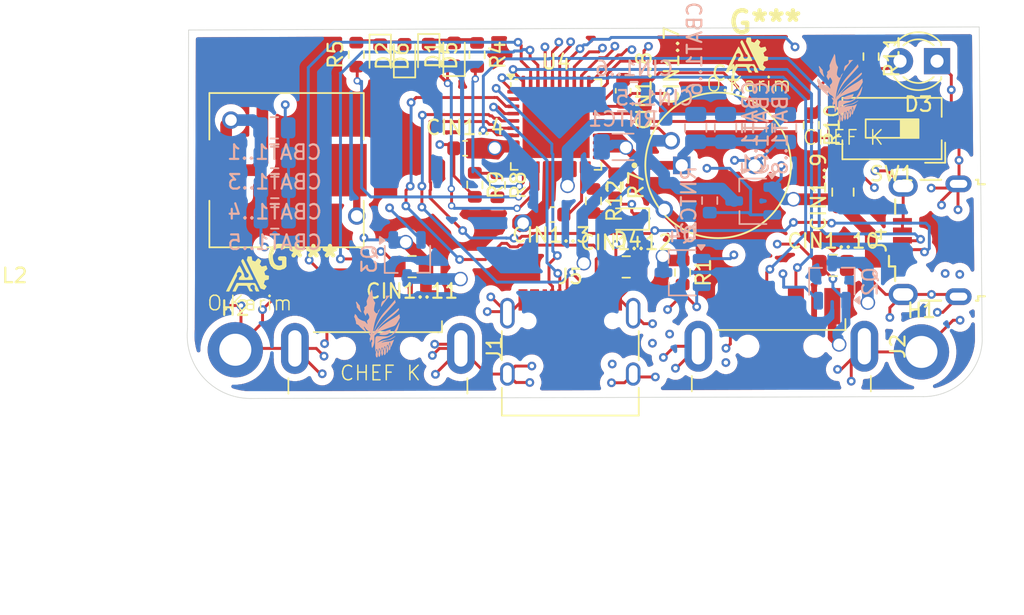
<source format=kicad_pcb>
(kicad_pcb (version 20241229) (generator "pcbnew") (generator_version "9.0")
  (layers (0 "F.Cu" signal) (4 "In1.Cu" signal) (6 "In2.Cu" signal) (2 "B.Cu" signal) (13 "F.Paste" user) (15 "B.Paste" user) (5 "F.SilkS" user "F.Silkscreen") (7 "B.SilkS" user "B.Silkscreen") (1 "F.Mask" user) (3 "B.Mask" user) (25 "Edge.Cuts" user))
  (net 0 "")
  (net 1 "VSYS")
  (net 2 "GND")
  (net 3 "VBAT+")
  (net 4 "/POWER_SOC/ledx")
  (net 5 "Net-(U4-BST)")
  (net 6 "VMID")
  (net 7 "Net-(U4-VREG)")
  (net 8 "VBUS")
  (net 9 "LED3")
  (net 10 "Net-(D1-A)")
  (net 11 "Net-(D2-A)")
  (net 12 "Net-(D3-A)")
  (net 13 "Net-(D4-A)")
  (net 14 "DMA1")
  (net 15 "DPA1")
  (net 16 "DMA2")
  (net 17 "DPA2")
  (net 18 "DPC")
  (net 19 "DMC")
  (net 20 "CC1")
  (net 21 "CC2")
  (net 22 "DMB")
  (net 23 "DPB")
  (net 24 "VING")
  (net 25 "VOUT2G")
  (net 26 "VOUT1G")
  (net 27 "VBUSG")
  (net 28 "LED1")
  (net 29 "LED2")
  (net 30 "Net-(U4-REST)")
  (net 31 "Net-(U4-NTC)")
  (net 32 "Net-(R10-Pad2)")
  (net 33 "KEY")
  (net 34 "LIGHT")
  (net 35 "VIN")
  (net 36 "VOUT2")
  (net 37 "VOUT1")
  (footprint "Capacitor_SMD:C_0603_1608Metric" (layer "F.Cu") (at 121.65 99.535 -90)
    (property "Reference" "CIN1..7")
    (property "Value" "2µ2")
  )
  (footprint "LED_SMD:LED_0603_1608Metric" (layer "F.Cu") (at 103.48 96.99 -90)
    (property "Reference" "D6")
    (property "Value" "LED")
  )
  (footprint "Capacitor_SMD:C_0603_1608Metric" (layer "F.Cu") (at 120.16 99.365 -90)
    (property "Reference" "CIN1..8")
    (property "Value" "2µ2")
  )
  (footprint "Capacitor_SMD:C_0603_1608Metric" (layer "F.Cu") (at 115.31 107.87)
    (property "Reference" "CIN1..3")
    (property "Value" "100n")
  )
  (footprint "Button_Switch_SMD:SW_DIP_SPSTx01_Slide_6.7x4.1mm_W6.73mm_P2.54mm_LowProfile_JPin" (layer "F.Cu") (at 138.62 101.96 180)
    (property "Reference" "SW1")
    (property "Value" "SW_Push")
  )
  (footprint "LOGOs:logoARES" (layer "F.Cu") (at 94.03 112.54)
    (property "Reference" "G***" (hide yes))
    (property "Value" "LOGO" (hide yes))
  )
  (footprint "Package_DFN_QFN:QFN-40-1EP_6x6mm_P0.5mm_EP4.6x4.6mm" (layer "F.Cu") (at 115.555 101.685)
    (property "Reference" "U4")
    (property "Value" "~")
  )
  (footprint "MountingHole:MountingHole_2.2mm_M2_DIN965_Pad" (layer "F.Cu") (at 93.53 117.16)
    (property "Reference" "H2")
    (property "Value" "MountingHole_Pad")
  )
  (footprint "Resistor_SMD:R_0603_1608Metric" (layer "F.Cu") (at 110.13 96.9 -90)
    (property "Reference" "R4")
    (property "Value" "100")
  )
  (footprint "LED_SMD:LED_0603_1608Metric" (layer "F.Cu") (at 120.46 108.18 180)
    (property "Reference" "D4")
    (property "Value" "LED")
  )
  (footprint "LOGOs:logobleach" (layer "F.Cu") (at 103.14 115.35)
    (property "Reference" "G***")
    (property "Value" "LOGO" (hide yes))
  )
  (footprint "LED_SMD:LED_0603_1608Metric" (layer "F.Cu") (at 108.55 96.8675 90)
    (property "Reference" "D1")
    (property "Value" "LED")
  )
  (footprint "Capacitor_SMD:C_0805_2012Metric" (layer "F.Cu") (at 134.59 111.37)
    (property "Reference" "CIN1..10")
    (property "Value" "10µ")
  )
  (footprint "Resistor_SMD:R_0603_1608Metric" (layer "F.Cu") (at 124.24 111.85 -90)
    (property "Reference" "R1")
    (property "Value" "10k")
  )
  (footprint "Resistor_SMD:R_0603_1608Metric" (layer "F.Cu") (at 101.84 96.88 90)
    (property "Reference" "R5")
    (property "Value" "100")
  )
  (footprint "Capacitor_SMD:C_0805_2012Metric" (layer "F.Cu") (at 105.67 111.45 180)
    (property "Reference" "CIN1..11")
    (property "Value" "10µ")
  )
  (footprint "Connector_USB:USB_Micro-B_Wuerth_629105150521" (layer "F.Cu") (at 141.235 109.635 90)
    (property "Reference" "J4")
    (property "Value" "USB_B_Micro")
  )
  (footprint "Resistor_SMD:R_0603_1608Metric" (layer "F.Cu") (at 109.975 105.8275 -90)
    (property "Reference" "R9")
    (property "Value" "100k")
  )
  (footprint "LOGOs:logoARES" (layer "F.Cu") (at 128.3 97.5)
    (property "Reference" "G***" (hide yes))
    (property "Value" "LOGO" (hide yes))
  )
  (footprint "Resistor_SMD:R_0603_1608Metric" (layer "F.Cu") (at 111.525 105.8575 -90)
    (property "Reference" "R8")
    (property "Value" "82K")
  )
  (footprint "EEUFS1K221LB:CAPPRD500W60D1000H2500" (layer "F.Cu") (at 126.68 104.49)
    (property "Reference" "C1")
    (property "Value" "220 µ")
  )
  (footprint "MountingHole:MountingHole_2.2mm_M2_DIN965_Pad" (layer "F.Cu") (at 140.64 117.31)
    (property "Reference" "H1")
    (property "Value" "MountingHole_Pad")
  )
  (footprint "Resistor_SMD:R_0603_1608Metric" (layer "F.Cu") (at 119.615 105.8625 -90)
    (property "Reference" "R7")
    (property "Value" "114k")
  )
  (footprint "Resistor_SMD:R_0603_1608Metric" (layer "F.Cu") (at 118.12 106.935 -90)
    (property "Reference" "R12")
    (property "Value" "100")
  )
  (footprint "Capacitor_SMD:C_0805_2012Metric" (layer "F.Cu") (at 120.37 111.47)
    (property "Reference" "CIN1..12")
    (property "Value" "10µ")
  )
  (footprint "Connector_USB:USB_A_CNCTech_1001-011-01101_Horizontal" (layer "F.Cu") (at 103.32 123.97 -90)
    (property "Reference" "J1")
    (property "Value" "USB_A")
  )
  (footprint "LED_SMD:LED_0603_1608Metric" (layer "F.Cu") (at 106.81 96.95 -90)
    (property "Reference" "D5")
    (property "Value" "LED")
  )
  (footprint "Resistor_SMD:R_0603_1608Metric" (layer "F.Cu") (at 137.18 97.015 -90)
    (property "Reference" "R11")
    (property "Value" "20")
  )
  (footprint "Inductor_SMD:L_10.4x10.4_H4.8" (layer "F.Cu") (at 97.05 104.82 180)
    (property "Reference" "L2")
    (property "Value" "2µ2")
  )
  (footprint "Connector_USB:USB_A_CNCTech_1001-011-01101_Horizontal" (layer "F.Cu") (at 131.02 123.82 -90)
    (property "Reference" "J2")
    (property "Value" "USB_A")
  )
  (footprint "Resistor_SMD:R_0603_1608Metric" (layer "F.Cu") (at 133.08 101.73 -90)
    (property "Reference" "R10")
    (property "Value" "1k")
  )
  (footprint "Capacitor_SMD:C_0603_1608Metric" (layer "F.Cu") (at 109.31 103.32)
    (property "Reference" "CIN1..4")
    (property "Value" "100n")
  )
  (footprint "LOGOs:logobleach" (layer "F.Cu") (at 134.92 99.16)
    (property "Reference" "G***")
    (property "Value" "LOGO" (hide yes))
  )
  (footprint "Capacitor_SMD:C_0805_2012Metric" (layer "F.Cu") (at 135.25 106.33 90)
    (property "Reference" "CIN1..9")
    (property "Value" "10µ")
  )
  (footprint "LED_SMD:LED_0603_1608Metric" (layer "F.Cu") (at 105.15 96.9625 90)
    (property "Reference" "D2")
    (property "Value" "LED")
  )
  (footprint "LED_THT:LED_D3.0mm" (layer "F.Cu") (at 141.71 97.33 180)
    (property "Reference" "D3")
    (property "Value" "LED")
  )
  (footprint "Connector_USB:USB_C_Receptacle_HRO_TYPE-C-31-M-12" (layer "F.Cu") (at 116.53 117.78)
    (property "Reference" "J5")
    (property "Value" "USB_C_Receptacle_USB2.0_16P")
  )
  (footprint "Capacitor_SMD:C_0805_2012Metric" (layer "B.Cu") (at 127.19 101.92 90)
    (property "Reference" "CBAT1..7")
    (property "Value" "22µ")
  )
  (footprint "Capacitor_SMD:C_0805_2012Metric" (layer "B.Cu") (at 96.24 106.01)
    (property "Reference" "CBAT1..4")
    (property "Value" "22µ")
  )
  (footprint "Capacitor_SMD:C_0805_2012Metric" (layer "B.Cu") (at 96.21 101.91)
    (property "Reference" "CBAT1..1")
    (property "Value" "22µ")
  )
  (footprint "Capacitor_SMD:C_0603_1608Metric" (layer "B.Cu") (at 122.315 101.29 180)
    (property "Reference" "CIN1..5")
    (property "Value" "100n")
  )
  (footprint "Resistor_SMD:R_0603_1608Metric" (layer "B.Cu") (at 126.1 106.91 -90)
    (property "Reference" "RNTC2")
    (property "Value" "10K")
  )
  (footprint "Package_TO_SOT_SMD:TSOT-23" (layer "B.Cu") (at 105.33 110.92 -90)
    (property "Reference" "Q3")
    (property "Value" "NMOS")
  )
  (footprint "Package_TO_SOT_SMD:TSOT-23" (layer "B.Cu") (at 129.09 106.94 180)
    (property "Reference" "Q1")
    (property "Value" "PMOS")
  )
  (footprint "Capacitor_SMD:C_0805_2012Metric" (layer "B.Cu") (at 96.24 108.1)
    (property "Reference" "CBAT1..5")
    (property "Value" "22µ")
  )
  (footprint "Package_TO_SOT_SMD:TSOT-23" (layer "B.Cu") (at 124.24 111.85 180)
    (property "Reference" "Q4")
    (property "Value" "PMOS")
  )
  (footprint "Package_TO_SOT_SMD:TSOT-23" (layer "B.Cu") (at 134.51 112.48 90)
    (property "Reference" "Q2")
    (property "Value" "NMOS")
  )
  (footprint "Capacitor_SMD:C_0805_2012Metric" (layer "B.Cu") (at 125.14 101.92 90)
    (property "Reference" "CBAT1..6")
    (property "Value" "22µ")
  )
  (footprint "Capacitor_SMD:C_0805_2012Metric" (layer "B.Cu") (at 131.31 101.93 -90)
    (property "Reference" "CBAT1..9")
    (property "Value" "22µ")
  )
  (footprint "Capacitor_SMD:C_0805_2012Metric" (layer "B.Cu") (at 120.91 99.51 180)
    (property "Reference" "CIN1..6")
    (property "Value" "22µ")
  )
  (footprint "Capacitor_SMD:C_0805_2012Metric" (layer "B.Cu") (at 129.26 101.92 90)
    (property "Reference" "CBAT1..8")
    (property "Value" "22µ")
  )
  (footprint "Resistor_SMD:R_1206_3216Metric" (layer "B.Cu") (at 120.15 103.22 180)
    (property "Reference" "RNTC1")
    (property "Value" "10 m")
  )
  (footprint "Capacitor_SMD:C_0805_2012Metric" (layer "B.Cu") (at 96.23 103.95)
    (property "Reference" "CBAT1..3")
    (property "Value" "22µ")
  )
  (gr_line (start 90.325 95.19) (end 144.60668 94.9775) (stroke (width 0.05)) (layer "Edge.Cuts"))
  (gr_line (start 90.325 95.19) (end 90.249045 115.733383) (stroke (width 0.05)) (layer "Edge.Cuts"))
  (gr_line (start 144.60668 94.9775) (end 144.81332 116.5625) (stroke (width 0.05)) (layer "Edge.Cuts"))
  (gr_line (start 140.773605 120.37997) (end 94.607894 120.508115) (stroke (width 0.05)) (layer "Edge.Cuts"))
  (gr_arc (start 144.81332 116.5625) (mid 143.554348 119.282661) (end 140.765047 120.37997) (stroke (width 0.05)) (layer "Edge.Cuts"))
  (gr_arc (start 94.607894 120.508115) (mid 91.362767 119.093626) (end 90.24904 115.733383) (stroke (width 0.05)) (layer "Edge.Cuts"))
  (segment (start 120.291 103.309) (end 118.4925 103.309) (width 0.6) (layer "F.Cu") (net 1))
  (segment (start 120.34 103.26) (end 120.291 103.309) (width 0.6) (layer "F.Cu") (net 1))
  (segment (start 121.57 104.49) (end 124.18 104.49) (width 0.6) (layer "F.Cu") (net 1))
  (segment (start 120.34 103.26) (end 120.34 103.03) (width 0.6) (layer "F.Cu") (net 1))
  (segment (start 120.34 103.26) (end 120.11 103.03) (width 0.6) (layer "F.Cu") (net 1))
  (segment (start 119.871 102.561) (end 118.4925 102.561) (width 0.6) (layer "F.Cu") (net 1))
  (segment (start 120.34 103.26) (end 121.57 104.49) (width 0.6) (layer "F.Cu") (net 1))
  (segment (start 118.5875 103.03) (end 118.4925 102.935) (width 0.6) (layer "F.Cu") (net 1))
  (segment (start 120.34 103.03) (end 119.871 102.561) (width 0.6) (layer "F.Cu") (net 1))
  (segment (start 120.11 103.03) (end 118.5875 103.03) (width 0.6) (layer "F.Cu") (net 1))
  (via (at 111.34 103.3) (size 1) (drill 0.8) (layers "F.Cu" "B.Cu") (net 1))
  (via (at 120.34 103.26) (size 1) (drill 0.8) (layers "F.Cu" "B.Cu") (net 1))
  (segment (start 127.19 102.87) (end 129.26 102.87) (width 0.6) (layer "B.Cu") (net 1))
  (segment (start 120.11 103.03) (end 119.4275 103.03) (width 0.6) (layer "B.Cu") (net 1))
  (segment (start 124.18 104.49) (end 124.18 103.83) (width 0.6) (layer "B.Cu") (net 1))
  (segment (start 129.42 102.87) (end 131.31 100.98) (width 0.6) (layer "B.Cu") (net 1))
  (segment (start 119.4275 103.03) (end 119.2675 103.19) (width 0.6) (layer "B.Cu") (net 1))
  (segment (start 120.34 103.26) (end 120.11 103.03) (width 0.6) (layer "B.Cu") (net 1))
  (segment (start 125.14 102.87) (end 127.19 102.87) (width 0.6) (layer "B.Cu") (net 1))
  (segment (start 124.18 103.83) (end 125.14 102.87) (width 0.6) (layer "B.Cu") (net 1))
  (segment (start 129.26 102.87) (end 129.42 102.87) (width 0.6) (layer "B.Cu") (net 1))
  (segment (start 122.64 98.13) (end 122.01 98.76) (width 0.2) (layer "F.Cu") (net 2))
  (segment (start 121.32 112.195) (end 119.78 113.735) (width 0.2) (layer "F.Cu") (net 2))
  (segment (start 96.41 113.39) (end 96.41 112.09) (width 0.2) (layer "F.Cu") (net 2))
  (segment (start 112.21 114.65) (end 112.365 114.65) (width 0.2) (layer "F.Cu") (net 2))
  (segment (start 142.69 101.255) (end 141.985 101.96) (width 0.2) (layer "F.Cu") (net 2))
  (segment (start 112.79 119.41) (end 112.21 118.83) (width 0.2) (layer "F.Cu") (net 2))
  (segment (start 119.965 113.735) (end 119.78 113.735) (width 0.2) (layer "F.Cu") (net 2))
  (segment (start 137.45 104.87) (end 138.345 104.87) (width 0.2) (layer "F.Cu") (net 2))
  (segment (start 117.305 99.935) (end 118.4925 99.935) (width 0.2) (layer "F.Cu") (net 2))
  (segment (start 103.68 110.41) (end 104.72 111.45) (width 0.2) (layer "F.Cu") (net 2))
  (segment (start 93.62 117.07) (end 93.53 117.16) (width 0.2) (layer "F.Cu") (net 2))
  (segment (start 112.365 114.65) (end 113.28 113.735) (width 0.2) (layer "F.Cu") (net 2))
  (segment (start 112.1 114.54) (end 112.21 114.65) (width 0.2) (layer "F.Cu") (net 2))
  (segment (start 142.69 98.31) (end 141.71 97.33) (width 0.2) (layer "F.Cu") (net 2))
  (segment (start 95.4 115.29) (end 95.4 114.4) (width 0.2) (layer "F.Cu") (net 2))
  (segment (start 118.4925 99.935) (end 118.920798 99.935) (width 0.2) (layer "F.Cu") (net 2))
  (segment (start 103.52 110.41) (end 103.68 110.41) (width 0.2) (layer "F.Cu") (net 2))
  (segment (start 110.78 118.83) (end 109.02 117.07) (width 0.2) (layer "F.Cu") (net 2))
  (segment (start 120.16 98.59) (end 121.48 98.59) (width 0.2) (layer "F.Cu") (net 2))
  (segment (start 135.82 117.82) (end 136.72 116.92) (width 0.2) (layer "F.Cu") (net 2))
  (segment (start 107.06 117.55) (end 107.54 117.07) (width 0.2) (layer "F.Cu") (net 2))
  (segment (start 123.69 116.92) (end 125.32 116.92) (width 0.2) (layer "F.Cu") (net 2))
  (segment (start 99.5 118.81) (end 99.36 118.81) (width 0.2) (layer "F.Cu") (net 2))
  (segment (start 99.66 116.74) (end 99.82 116.58) (width 0.2) (layer "F.Cu") (net 2))
  (segment (start 141.31 106.05) (end 142.895 106.05) (width 0.2) (layer "F.Cu") (net 2))
  (segment (start 111.07 113.53) (end 111.09 113.53) (width 0.2) (layer "F.Cu") (net 2))
  (segment (start 108.535 103.32) (end 108.535 105.2125) (width 0.2) (layer "F.Cu") (net 2))
  (segment (start 143.29 115.13) (end 142.82 115.13) (width 0.2) (layer "F.Cu") (net 2))
  (segment (start 142.82 115.13) (end 140.64 117.31) (width 0.2) (layer "F.Cu") (net 2))
  (segment (start 120.85 114.65) (end 120.85 114.62) (width 0.2) (layer "F.Cu") (net 2))
  (segment (start 93.014322 114.12) (end 92.41 113.515678) (width 0.2) (layer "F.Cu") (net 2))
  (segment (start 112.76 118.28) (end 112.21 118.83) (width 0.2) (layer "F.Cu") (net 2))
  (segment (start 142.02 107.22) (end 142.02 106.925) (width 0.2) (layer "F.Cu") (net 2))
  (segment (start 110.83 114.54) (end 112.1 114.54) (width 0.2) (layer "F.Cu") (net 2))
  (segment (start 139.385 113.36) (end 138.185 113.36) (width 0.2) (layer "F.Cu") (net 2))
  (segment (start 143.22 104.14) (end 143.22 103.195) (width 0.2) (layer "F.Cu") (net 2))
  (segment (start 140.64 117.31) (end 137.11 117.31) (width 0.2) (layer "F.Cu") (net 2))
  (segment (start 122.37 119.03) (end 121.05 119.03) (width 0.2) (layer "F.Cu") (net 2))
  (segment (start 120.16 98.695798) (end 120.16 98.59) (width 0.2) (layer "F.Cu") (net 2))
  (segment (start 108.275 103.06) (end 108.535 103.32) (width 0.2) (layer "F.Cu") (net 2))
  (segment (start 115.555 101.685) (end 117.305 99.935) (width 0.2) (layer "F.Cu") (net 2))
  (segment (start 109.975 106.6525) (end 111.495 106.6525) (width 0.2) (layer "F.Cu") (net 2))
  (segment (start 120.25 119.43) (end 120.85 118.83) (width 0.2) (layer "F.Cu") (net 2))
  (segment (start 107.22 116.78) (end 108.73 116.78) (width 0.2) (layer "F.Cu") (net 2))
  (segment (start 138.47 114.275) (end 139.385 113.36) (width 0.2) (layer "F.Cu") (net 2))
  (segment (start 119.36 119.43) (end 120.25 119.43) (width 0.2) (layer "F.Cu") (net 2))
  (segment (start 121.05 119.03) (end 120.85 118.83) (width 0.2) (layer "F.Cu") (net 2))
  (segment (start 141.73 114.59) (end 142.105 114.59) (width 0.2) (layer "F.Cu") (net 2))
  (segment (start 99.62 117.6) (end 99.09 117.07) (width 0.2) (layer "F.Cu") (net 2))
  (segment (start 143.22 105.725) (end 143.185 105.76) (width 0.2) (layer "F.Cu") (net 2))
  (segment (start 127.05 98.13) (end 122.64 98.13) (width 0.2) (layer "F.Cu") (net 2))
  (segment (start 123.81 118.43) (end 125.32 116.92) (width 0.2) (layer "F.Cu") (net 2))
  (segment (start 120.75 107.6825) (end 121.2475 108.18) (width 0.2) (layer "F.Cu") (net 2))
  (segment (start 135.13 118.51) (end 136.72 116.92) (width 0.2) (layer "F.Cu") (net 2))
  (segment (start 112.21 118.83) (end 110.78 118.83) (width 0.2) (layer "F.Cu") (net 2))
  (segment (start 142.02 106.925) (end 143.185 105.76) (width 0.2) (layer "F.Cu") (net 2))
  (segment (start 121.48 98.59) (end 121.65 98.76) (width 0.2) (layer "F.Cu") (net 2))
  (segment (start 108.535 105.2125) (end 109.975 106.6525) (width 0.2) (layer "F.Cu") (net 2))
  (segment (start 138.185 113.36) (end 136.195 111.37) (width 0.2) (layer "F.Cu") (net 2))
  (segment (start 120.75 107.16) (end 120.75 107.6825) (width 0.2) (layer "F.Cu") (net 2))
  (segment (start 135.82 119.32) (end 135.82 117.82) (width 0.2) (layer "F.Cu") (net 2))
  (segment (start 136.77 105.38) (end 135.25 105.38) (width 0.2) (layer "F.Cu") (net 2))
  (segment (start 128.02 99.1) (end 127.05 98.13) (width 0.2) (layer "F.Cu") (net 2))
  (segment (start 137.41 106.02) (end 136.77 105.38) (width 0.2) (layer "F.Cu") (net 2))
  (segment (start 143.15 107.54) (end 143.15 105.795) (width 0.2) (layer "F.Cu") (net 2))
  (segment (start 92.41 113.515678) (end 92.41 112.09) (width 0.2) (layer "F.Cu") (net 2))
  (segment (start 143.035 113.36) (end 143.185 113.51) (width 0.2) (layer "F.Cu") (net 2))
  (segment (start 142.69 99.3) (end 142.69 101.255) (width 0.2) (layer "F.Cu") (net 2))
  (segment (start 142.895 106.05) (end 143.185 105.76) (width 0.2) (layer "F.Cu") (net 2))
  (segment (start 141.33 113.36) (end 143.035 113.36) (width 0.2) (layer "F.Cu") (net 2))
  (segment (start 127.52 116.76) (end 127.52 114.17) (width 0.2) (layer "F.Cu") (net 2))
  (segment (start 121.32 111.47) (end 121.32 112.195) (width 0.2) (layer "F.Cu") (net 2))
  (segment (start 95.4 114.4) (end 96.41 113.39) (width 0.2) (layer "F.Cu") (net 2))
  (segment (start 122.92 117.69) (end 123.69 116.92) (width 0.2) (layer "F.Cu") (net 2))
  (segment (start 141.33 113.36) (end 139.385 113.36) (width 0.2) (layer "F.Cu") (net 2))
  (segment (start 99.36 118.81) (end 97.62 117.07) (width 0.2) (layer "F.Cu") (net 2))
  (segment (start 120.0875 107.16) (end 119.615 106.6875) (width 0.2) (layer "F.Cu") (net 2))
  (segment (start 121.57 115.37) (end 120.85 114.65) (width 0.2) (layer "F.Cu") (net 2))
  (segment (start 122.01 98.76) (end 121.65 98.76) (width 0.2) (layer "F.Cu") (net 2))
  (segment (start 138.345 104.87) (end 139.385 105.91) (width 0.2) (layer "F.Cu") (net 2))
  (segment (start 107.57 103.06) (end 108.275 103.06) (width 0.2) (layer "F.Cu") (net 2))
  (segment (start 107.54 117.07) (end 109.02 117.07) (width 0.2) (layer "F.Cu") (net 2))
  (segment (start 108.73 116.78) (end 109.02 117.07) (width 0.2) (layer "F.Cu") (net 2))
  (segment (start 138.47 114.94) (end 138.47 114.275) (width 0.2) (layer "F.Cu") (net 2))
  (segment (start 139.385 105.91) (end 139.385 108.285) (width 0.2) (layer "F.Cu") (net 2))
  (segment (start 93.92 114.12) (end 93.014322 114.12) (width 0.2) (layer "F.Cu") (net 2))
  (segment (start 143.22 104.14) (end 143.22 105.725) (width 0.2) (layer "F.Cu") (net 2))
  (segment (start 111.495 106.6525) (end 111.525 106.6825) (width 0.2) (layer "F.Cu") (net 2))
  (segment (start 139.385 108.285) (end 139.335 108.335) (width 0.2) (layer "F.Cu") (net 2))
  (segment (start 93.53 117.16) (end 95.4 115.29) (width 0.2) (layer "F.Cu") (net 2))
  (segment (start 113.75 119.41) (end 112.79 119.41) (width 0.2) (layer "F.Cu") (net 2))
  (segment (start 120.75 107.16) (end 120.0875 107.16) (width 0.2) (layer "F.Cu") (net 2))
  (segment (start 122.18 115.37) (end 121.57 115.37) (width 0.2) (layer "F.Cu") (net 2))
  (segment (start 93.53 117.16) (end 93.92 116.77) (width 0.2) (layer "F.Cu") (net 2))
  (segment (start 107.27 118.82) (end 109.02 117.07) (width 0.2) (layer "F.Cu") (net 2))
  (segment (start 143.22 103.195) (end 141.985 101.96) (width 0.2) (layer "F.Cu") (net 2))
  (segment (start 107.27 118.85) (end 107.27 118.82) (width 0.2) (layer "F.Cu") (net 2))
  (segment (start 134.88 118.51) (end 135.13 118.51) (width 0.2) (layer "F.Cu") (net 2))
  (segment (start 93.92 116.77) (end 93.92 114.12) (width 0.2) (layer "F.Cu") (net 2))
  (segment (start 142.69 99.3) (end 142.69 98.31) (width 0.2) (layer "F.Cu") (net 2))
  (segment (start 97.62 117.07) (end 93.62 117.07) (width 0.2) (layer "F.Cu") (net 2))
  (segment (start 120.85 114.62) (end 119.965 113.735) (width 0.2) (layer "F.Cu") (net 2))
  (segment (start 99.09 117.07) (end 97.62 117.07) (width 0.2) (layer "F.Cu") (net 2))
  (segment (start 137.11 117.31) (end 136.72 116.92) (width 0.2) (layer "F.Cu") (net 2))
  (segment (start 99.82 116.58) (end 99.82 114.32) (width 0.2) (layer "F.Cu") (net 2))
  (segment (start 128.02 99.52) (end 128.02 99.1) (width 0.2) (layer "F.Cu") (net 2))
  (segment (start 113.89 118.28) (end 112.76 118.28) (width 0.2) (layer "F.Cu") (net 2))
  (segment (start 127.22 117.06) (end 127.52 116.76) (width 0.2) (layer "F.Cu") (net 2))
  (segment (start 143.15 105.795) (end 143.185 105.76) (width 0.2) (layer "F.Cu") (net 2))
  (segment (start 139.335 108.335) (end 139.335 108.985) (width 0.2) (layer "F.Cu") (net 2))
  (segment (start 142.105 114.59) (end 143.185 113.51) (width 0.2) (layer "F.Cu") (net 2))
  (segment (start 118.920798 99.935) (end 120.16 98.695798) (width 0.2) (layer "F.Cu") (net 2))
  (segment (start 111.09 113.53) (end 112.21 114.65) (width 0.2) (layer "F.Cu") (net 2))
  (segment (start 136.195 111.37) (end 135.54 111.37) (width 0.2) (layer "F.Cu") (net 2))
  (segment (start 123.75 118.43) (end 123.81 118.43) (width 0.2) (layer "F.Cu") (net 2))
  (via (at 142.69 99.3) (size 0.6) (drill 0.3) (layers "F.Cu" "B.Cu") (net 2))
  (via (at 123.75 118.43) (size 0.6) (drill 0.3) (layers "F.Cu" "B.Cu") (net 2))
  (via (at 141.73 114.59) (size 0.6) (drill 0.3) (layers "F.Cu" "B.Cu") (net 2))
  (via (at 127.81 104.14) (size 0.6) (drill 0.3) (layers "F.Cu" "B.Cu") (net 2))
  (via (at 122.92 117.69) (size 0.6) (drill 0.3) (layers "F.Cu" "B.Cu") (net 2))
  (via (at 113.89 118.28) (size 0.6) (drill 0.3) (layers "F.Cu" "B.Cu") (net 2))
  (via (at 99.5 118.81) (size 0.6) (drill 0.3) (layers "F.Cu" "B.Cu") (net 2))
  (via (at 99.62 117.6) (size 0.6) (drill 0.3) (layers "F.Cu" "B.Cu") (net 2))
  (via (at 134.88 118.51) (size 0.6) (drill 0.3) (layers "F.Cu" "B.Cu") (net 2))
  (via (at 113.75 119.41) (size 0.6) (drill 0.3) (layers "F.Cu" "B.Cu") (net 2))
  (via (at 103.52 110.41) (size 0.6) (drill 0.3) (layers "F.Cu" "B.Cu") (net 2))
  (via (at 107.27 118.85) (size 0.6) (drill 0.3) (layers "F.Cu" "B.Cu") (net 2))
  (via (at 143.22 104.14) (size 0.6) (drill 0.3) (layers "F.Cu" "B.Cu") (net 2))
  (via (at 96.96 100.32) (size 0.6) (drill 0.3) (layers "F.Cu" "B.Cu") (net 2))
  (via (at 141.33 113.36) (size 0.6) (drill 0.3) (layers "F.Cu" "B.Cu") (net 2))
  (via (at 135.82 119.32) (size 0.6) (drill 0.3) (layers "F.Cu" "B.Cu") (net 2))
  (via (at 141.31 106.05) (size 0.6) (drill 0.3) (layers "F.Cu" "B.Cu") (net 2))
  (via (at 143.29 115.13) (size 0.6) (drill 0.3) (layers "F.Cu" "B.Cu") (net 2))
  (via (at 127.22 117.06) (size 0.6) (drill 0.3) (layers "F.Cu" "B.Cu") (net 2))
  (via (at 122.17 116.71) (size 0.6) (drill 0.3) (layers "F.Cu" "B.Cu") (net 2))
  (via (at 138.47 114.94) (size 0.6) (drill 0.3) (layers "F.Cu" "B.Cu") (net 2))
  (via (at 137.45 104.87) (size 0.6) (drill 0.3) (layers "F.Cu" "B.Cu") (net 2))
  (via (at 120.75 107.16) (size 0.6) (drill 0.3) (layers "F.Cu" "B.Cu") (net 2))
  (via (at 107.06 117.55) (size 0.6) (drill 0.3) (layers "F.Cu" "B.Cu") (net 2))
  (via (at 123.35 116.08) (size 0.6) (drill 0.3) (layers "F.Cu" "B.Cu") (net 2))
  (via (at 110.83 114.54) (size 0.6) (drill 0.3) (layers "F.Cu" "B.Cu") (net 2))
  (via (at 111.07 113.53) (size 0.6) (drill 0.3) (layers "F.Cu" "B.Cu") (net 2))
  (via (at 122.18 115.37) (size 0.6) (drill 0.3) (layers "F.Cu" "B.Cu") (net 2))
  (via (at 107.57 103.06) (size 0.6) (drill 0.3) (layers "F.Cu" "B.Cu") (net 2))
  (via (at 143.15 107.54) (size 0.6) (drill 0.3) (layers "F.Cu" "B.Cu") (net 2))
  (via (at 143.27 111.98) (size 0.6) (drill 0.3) (layers "F.Cu" "B.Cu") (net 2))
  (via (at 122.37 119.03) (size 0.6) (drill 0.3) (layers "F.Cu" "B.Cu") (net 2))
  (via (at 137.41 106.02) (size 0.6) (drill 0.3) (layers "F.Cu" "B.Cu") (net 2))
  (via (at 119.36 119.43) (size 0.6) (drill 0.3) (layers "F.Cu" "B.Cu") (net 2))
  (via (at 119.41 118.14) (size 0.6) (drill 0.3) (layers "F.Cu" "B.Cu") (net 2))
  (via (at 93.92 114.12) (size 0.6) (drill 0.3) (layers "F.Cu" "B.Cu") (net 2))
  (via (at 95.4 114.4) (size 0.6) (drill 0.3) (layers "F.Cu" "B.Cu") (net 2))
  (via (at 142.27 111.92) (size 0.6) (drill 0.3) (layers "F.Cu" "B.Cu") (net 2))
  (via (at 107.22 116.78) (size 0.6) (drill 0.3) (layers "F.Cu" "B.Cu") (net 2))
  (via (at 127.21 118.04) (size 0.6) (drill 0.3) (layers "F.Cu" "B.Cu") (net 2))
  (via (at 128.02 99.52) (size 0.6) (drill 0.3) (layers "F.Cu" "B.Cu") (net 2))
  (via (at 99.66 116.74) (size 0.6) (drill 0.3) (layers "F.Cu" "B.Cu") (net 2))
  (via (at 127.81 104.15) (size 0.6) (drill 0.3) (layers "F.Cu" "B.Cu") (net 2))
  (via (at 142.02 107.22) (size 0.6) (drill 0.3) (layers "F.Cu" "B.Cu") (net 2))
  (segment (start 123.41 100.97) (end 123.09 101.29) (width 0.2) (layer "B.Cu") (net 2))
  (segment (start 123.09 100.74) (end 121.86 99.51) (width 0.2) (layer "B.Cu") (net 2))
  (segment (start 130.79 102.88) (end 131.31 102.88) (width 0.2) (layer "B.Cu") (net 2))
  (segment (start 96.96 101.71) (end 97.16 101.91) (width 0.2) (layer "B.Cu") (net 2))
  (segment (start 128.02 99.73) (end 129.26 100.97) (width 0.2) (layer "B.Cu") (net 2))
  (segment (start 97.19 106.01) (end 97.19 108.1) (width 0.2) (layer "B.Cu") (net 2))
  (segment (start 127.81 104.15) (end 128.84 104.15) (width 0.2) (layer "B.Cu") (net 2))
  (segment (start 129.18 104.49) (end 130.79 102.88) (width 0.2) (layer "B.Cu") (net 2))
  (segment (start 97.18 106) (end 97.19 106.01) (width 0.2) (layer "B.Cu") (net 2))
  (segment (start 96.96 100.32) (end 96.96 101.71) (width 0.2) (layer "B.Cu") (net 2))
  (segment (start 97.18 103.95) (end 97.18 106) (width 0.2) (layer "B.Cu") (net 2))
  (segment (start 123.09 101.29) (end 123.09 100.74) (width 0.2) (layer "B.Cu") (net 2))
  (segment (start 97.16 103.93) (end 97.18 103.95) (width 0.2) (layer "B.Cu") (net 2))
  (segment (start 97.16 101.91) (end 97.16 103.93) (width 0.2) (layer "B.Cu") (net 2))
  (segment (start 128.02 99.52) (end 128.02 99.73) (width 0.2) (layer "B.Cu") (net 2))
  (segment (start 129.26 100.97) (end 125.14 100.97) (width 0.2) (layer "B.Cu") (net 2))
  (segment (start 125.14 100.97) (end 123.41 100.97) (width 0.2) (layer "B.Cu") (net 2))
  (segment (start 128.84 104.15) (end 129.18 104.49) (width 0.2) (layer "B.Cu") (net 2))
  (segment (start 92.9 101.71) (end 93.23 101.38) (width 0.8) (layer "F.Cu") (net 3))
  (segment (start 95.39 104.29) (end 95.39 100.19) (width 0.8) (layer "F.Cu") (net 3))
  (segment (start 96.9 98.68) (end 96.9 97.7) (width 0.8) (layer "F.Cu") (net 3))
  (segment (start 119.865 100.435) (end 120.75 99.55) (width 0.2) (layer "F.Cu") (net 3))
  (segment (start 95.39 100.19) (end 96.9 98.68) (width 0.8) (layer "F.Cu") (net 3))
  (segment (start 123.18 99.55) (end 123.345 99.385) (width 0.2) (layer "F.Cu") (net 3))
  (segment (start 94.86 104.82) (end 95.39 104.29) (width 0.8) (layer "F.Cu") (net 3))
  (segment (start 92.9 104.82) (end 92.9 101.71) (width 0.8) (layer "F.Cu") (net 3))
  (segment (start 123.345 99.385) (end 123.35 99.38) (width 0.2) (layer "F.Cu") (net 3))
  (segment (start 118.4925 100.435) (end 119.865 100.435) (width 0.2) (layer "F.Cu") (net 3))
  (segment (start 120.75 99.55) (end 123.18 99.55) (width 0.2) (layer "F.Cu") (net 3))
  (segment (start 96.9 97.7) (end 96.62 97.42) (width 0.8) (layer "F.Cu") (net 3))
  (segment (start 92.9 104.82) (end 94.86 104.82) (width 0.8) (layer "F.Cu") (net 3))
  (via (at 123.345 99.385) (size 0.6) (drill 0.3) (layers "F.Cu" "B.Cu") (net 3))
  (via (at 93.23 101.38) (size 1.2) (drill 0.8) (layers "F.Cu" "B.Cu") (net 3))
  (via (at 95.54 110.1) (size 0.6) (drill 0.3) (layers "F.Cu" "B.Cu") (net 3))
  (segment (start 95.28 103.95) (end 95.28 106) (width 0.8) (layer "B.Cu") (net 3))
  (segment (start 95.28 106) (end 95.29 106.01) (width 0.8) (layer "B.Cu") (net 3))
  (segment (start 95.26 101.91) (end 95.26 103.93) (width 0.8) (layer "B.Cu") (net 3))
  (segment (start 93.23 101.38) (end 94.73 101.38) (width 0.8) (layer "B.Cu") (net 3))
  (segment (start 95.26 103.93) (end 95.28 103.95) (width 0.8) (layer "B.Cu") (net 3))
  (segment (start 95.29 106.01) (end 95.29 108.1) (width 0.8) (layer "B.Cu") (net 3))
  (segment (start 94.73 101.38) (end 95.26 101.91) (width 0.8) (layer "B.Cu") (net 3))
  (segment (start 95.54 110.1) (end 95.29 109.85) (width 0.2) (layer "B.Cu") (net 3))
  (segment (start 95.29 109.85) (end 95.29 108.1) (width 0.2) (layer "B.Cu") (net 3))
  (segment (start 101.87 107.97) (end 101.87 105.49) (width 0.5) (layer "F.Cu") (net 4))
  (segment (start 101.87 105.49) (end 101.2 104.82) (width 0.5) (layer "F.Cu") (net 4))
  (via (at 101.87 107.97) (size 1.2) (drill 0.8) (layers "F.Cu" "B.Cu") (net 4))
  (via (at 113.29 108.46) (size 1.2) (drill 0.8) (layers "F.Cu" "B.Cu") (net 4))
  (segment (start 116.37 107.87) (end 116.085 107.87) (width 0.2) (layer "F.Cu") (net 5))
  (segment (start 117.305 104.6225) (end 117.305 106.935) (width 0.2) (layer "F.Cu") (net 5))
  (segment (start 117.305 106.935) (end 116.37 107.87) (width 0.2) (layer "F.Cu") (net 5))
  (segment (start 122.98 107.52) (end 124.24 108.78) (width 0.8) (layer "F.Cu") (net 6))
  (segment (start 118.4925 101.935) (end 122.595 101.935) (width 0.2) (layer "F.Cu") (net 6))
  (segment (start 122.595 101.935) (end 123.46 102.8) (width 0.2) (layer "F.Cu") (net 6))
  (segment (start 124.24 111.025) (end 123.185 111.025) (width 0.8) (layer "F.Cu") (net 6))
  (segment (start 123.185 111.025) (end 122.89 110.73) (width 0.8) (layer "F.Cu") (net 6))
  (segment (start 124.24 108.78) (end 124.24 111.025) (width 0.8) (layer "F.Cu") (net 6))
  (via (at 136.96 113.92) (size 1) (drill 0.8) (layers "F.Cu" "B.Cu") (net 6))
  (via (at 122.98 107.52) (size 1.2) (drill 0.8) (layers "F.Cu" "B.Cu") (net 6))
  (via (at 116.341 105.891) (size 1) (drill 0.8) (layers "F.Cu" "B.Cu") (net 6))
  (via (at 108.99 112.3) (size 1) (drill 0.8) (layers "F.Cu" "B.Cu") (net 6))
  (via (at 123.46 102.8) (size 1.2) (drill 0.8) (layers "F.Cu" "B.Cu") (net 6))
  (via (at 117.46 111.21) (size 1) (drill 0.8) (layers "F.Cu" "B.Cu") (net 6))
  (via (at 122.89 110.73) (size 1) (drill 0.8) (layers "F.Cu" "B.Cu") (net 6))
  (segment (start 121.6125 103.22) (end 121.6125 103.7325) (width 0.8) (layer "B.Cu") (net 6))
  (segment (start 126.925 106.085) (end 127.78 106.94) (width 0.8) (layer "B.Cu") (net 6))
  (segment (start 121.6125 101.3625) (end 121.54 101.29) (width 0.8) (layer "B.Cu") (net 6))
  (segment (start 122.979 105.691) (end 123.571 105.691) (width 0.8) (layer "B.Cu") (net 6))
  (segment (start 116.341 105.72) (end 116.341 105.891) (width 0.8) (layer "B.Cu") (net 6))
  (segment (start 123.46 102.8) (end 122.0325 102.8) (width 0.8) (layer "B.Cu") (net 6))
  (segment (start 123.571 105.691) (end 123.965 106.085) (width 0.8) (layer "B.Cu") (net 6))
  (segment (start 106.57 112.3) (end 106.5 112.23) (width 0.8) (layer "B.Cu") (net 6))
  (segment (start 121.6125 106.1525) (end 122.98 107.52) (width 0.8) (layer "B.Cu") (net 6))
  (segment (start 121.6125 103.54455) (end 121.6125 103.22) (width 0.8) (layer "B.Cu") (net 6))
  (segment (start 108.99 112.3) (end 106.57 112.3) (width 0.8) (layer "B.Cu") (net 6))
  (segment (start 121.003525 102.366475) (end 120.38105 101.744) (width 0.8) (layer "B.Cu") (net 6))
  (segment (start 121.6125 102.97545) (end 121.003525 102.366475) (width 0.8) (layer "B.Cu") (net 6))
  (segment (start 117.35 110.51) (end 117.35 107.80705) (width 0.8) (layer "B.Cu") (net 6))
  (segment (start 121.6125 103.22) (end 121.6125 101.3625) (width 0.8) (layer "B.Cu") (net 6))
  (segment (start 126.1 106.085) (end 126.925 106.085) (width 0.8) (layer "B.Cu") (net 6))
  (segment (start 136.96 113.92) (end 136.96 111.51) (width 0.8) (layer "B.Cu") (net 6))
  (segment (start 121.54 101.29) (end 119.96 99.71) (width 0.8) (layer "B.Cu") (net 6))
  (segment (start 118.015576 101.744) (end 116.341 103.418576) (width 0.8) (layer "B.Cu") (net 6))
  (segment (start 117.46 111.21) (end 117.46 110.62) (width 0.8) (layer "B.Cu") (net 6))
  (segment (start 119.96 99.71) (end 119.96 99.48) (width 0.8) (layer "B.Cu") (net 6))
  (segment (start 116.341 103.418576) (end 116.341 105.72) (width 0.8) (layer "B.Cu") (net 6))
  (segment (start 121.6125 103.22) (end 121.6125 106.1525) (width 0.8) (layer "B.Cu") (net 6))
  (segment (start 106.5 112.23) (end 105.33 112.23) (width 0.8) (layer "B.Cu") (net 6))
  (segment (start 123.965 106.085) (end 126.1 106.085) (width 0.8) (layer "B.Cu") (net 6))
  (segment (start 122.89 110.73) (end 122.89 111.81) (width 0.8) (layer "B.Cu") (net 6))
  (segment (start 120.38105 101.744) (end 118.015576 101.744) (width 0.8) (layer "B.Cu") (net 6))
  (segment (start 122.89 111.81) (end 122.93 111.85) (width 0.8) (layer "B.Cu") (net 6))
  (segment (start 117.35 107.80705) (end 121.6125 103.54455) (width 0.8) (layer "B.Cu") (net 6))
  (segment (start 117.46 110.62) (end 117.35 110.51) (width 0.8) (layer "B.Cu") (net 6))
  (segment (start 121.6125 103.22) (end 121.6125 102.97545) (width 0.8) (layer "B.Cu") (net 6))
  (segment (start 136.62 111.17) (end 134.51 111.17) (width 0.8) (layer "B.Cu") (net 6))
  (segment (start 122.979 105.099) (end 122.979 105.691) (width 0.8) (layer "B.Cu") (net 6))
  (segment (start 121.6125 103.7325) (end 122.979 105.099) (width 0.8) (layer "B.Cu") (net 6))
  (segment (start 122.0325 102.8) (end 121.6125 103.22) (width 0.8) (layer "B.Cu") (net 6))
  (segment (start 136.96 111.51) (end 136.62 111.17) (width 0.8) (layer "B.Cu") (net 6))
  (segment (start 121.025 100.935) (end 121.65 100.31) (width 0.2) (layer "F.Cu") (net 7))
  (segment (start 118.4925 100.935) (end 121.025 100.935) (width 0.2) (layer "F.Cu") (net 7))
  (segment (start 114.52 114.9) (end 114.52 115.32) (width 0.2) (layer "F.Cu") (net 8))
  (segment (start 119.66 111.23) (end 119.42 111.47) (width 0.2) (layer "F.Cu") (net 8))
  (segment (start 118.928943 97.091) (end 119.59 96.429943) (width 0.2) (layer "F.Cu") (net 8))
  (segment (start 118.75 114.73) (end 118.75 114.005) (width 0.2) (layer "F.Cu") (net 8))
  (segment (start 119.59 96.429943) (end 119.59 96.3) (width 0.2) (layer "F.Cu") (net 8))
  (segment (start 118.75 114.005) (end 119 113.755) (width 0.2) (layer "F.Cu") (net 8))
  (segment (start 118.4 114.99) (end 118.66 114.73) (width 0.2) (layer "F.Cu") (net 8))
  (segment (start 117.305 98.7475) (end 117.305 98.319202) (width 0.2) (layer "F.Cu") (net 8))
  (segment (start 118.4 115.32) (end 118.4 114.99) (width 0.2) (layer "F.Cu") (net 8))
  (segment (start 114.52 115.32) (end 118.4 115.32) (width 0.2) (layer "F.Cu") (net 8))
  (segment (start 114.1 114.48) (end 114.52 114.9) (width 0.2) (layer "F.Cu") (net 8))
  (segment (start 119.66 109.929) (end 119.66 111.23) (width 0.2) (layer "F.Cu") (net 8))
  (segment (start 118.533202 97.091) (end 118.928943 97.091) (width 0.2) (layer "F.Cu") (net 8))
  (segment (start 118.66 114.73) (end 118.75 114.73) (width 0.2) (layer "F.Cu") (net 8))
  (segment (start 114.1 113.755) (end 114.1 114.48) (width 0.2) (layer "F.Cu") (net 8))
  (segment (start 119.42 111.47) (end 118.98 111.91) (width 0.2) (layer "F.Cu") (net 8))
  (segment (start 117.305 98.319202) (end 118.533202 97.091) (width 0.2) (layer "F.Cu") (net 8))
  (segment (start 118.98 111.91) (end 118.98 113.735) (width 0.2) (layer "F.Cu") (net 8))
  (via (at 127.76 110.64) (size 0.6) (drill 0.3) (layers "F.Cu" "B.Cu") (net 8))
  (via (at 119.59 96.3) (size 0.6) (drill 0.3) (layers "F.Cu" "B.Cu") (net 8))
  (via (at 119.66 109.929) (size 0.6) (drill 0.3) (layers "F.Cu" "B.Cu") (net 8))
  (segment (start 127.76 110.64) (end 127.76 110.66) (width 0.2) (layer "B.Cu") (net 8))
  (segment (start 127.52 110.9) (end 125.55 110.9) (width 0.2) (layer "B.Cu") (net 8))
  (segment (start 127.76 110.66) (end 127.52 110.9) (width 0.2) (layer "B.Cu") (net 8))
  (segment (start 103.57 97.5) (end 103.49 97.58) (width 0.2) (layer "F.Cu") (net 9))
  (segment (start 114.13 106.31) (end 113 107.44) (width 0.2) (layer "F.Cu") (net 9))
  (segment (start 108.38 107.27) (end 108.38 106.12) (width 0.2) (layer "F.Cu") (net 9))
  (segment (start 114.305 104.6225) (end 114.305 106.135) (width 0.2) (layer "F.Cu") (net 9))
  (segment (start 113 107.44) (end 112.87 107.44) (width 0.2) (layer "F.Cu") (net 9))
  (segment (start 108.1 98.86) (end 108.1 97.91) (width 0.2) (layer "F.Cu") (net 9))
  (segment (start 114.305 106.135) (end 114.13 106.31) (width 0.2) (layer "F.Cu") (net 9))
  (segment (start 106.74 97.5) (end 105.14 97.5) (width 0.2) (layer "F.Cu") (net 9))
  (segment (start 108.2 98.69) (end 108.2 98.65) (width 0.2) (layer "F.Cu") (net 9))
  (segment (start 108.38 106.12) (end 108.36 106.1) (width 0.2) (layer "F.Cu") (net 9))
  (segment (start 108.1 98.82) (end 106.8 97.52) (width 0.2) (layer "F.Cu") (net 9))
  (segment (start 108.1 98.86) (end 106.74 97.5) (width 0.2) (layer "F.Cu") (net 9))
  (segment (start 108.1 97.91) (end 108.55 97.46) (width 0.2) (layer "F.Cu") (net 9))
  (segment (start 105.14 97.5) (end 103.57 97.5) (width 0.2) (layer "F.Cu") (net 9))
  (via (at 112.87 107.44) (size 0.5) (drill 0.3) (layers "F.Cu" "B.Cu") (net 9))
  (via (at 108.36 106.1) (size 0.5) (drill 0.3) (layers "F.Cu" "B.Cu") (net 9))
  (via (at 108.1 98.86) (size 0.5) (drill 0.3) (layers "F.Cu" "B.Cu") (net 9))
  (via (at 108.38 107.27) (size 0.5) (drill 0.3) (layers "F.Cu" "B.Cu") (net 9))
  (segment (start 108.55 107.44) (end 108.38 107.27) (width 0.2) (layer "B.Cu") (net 9))
  (segment (start 112.87 107.44) (end 108.55 107.44) (width 0.2) (layer "B.Cu") (net 9))
  (segment (start 108.36 106.1) (end 108.36 98.85) (width 0.2) (layer "B.Cu") (net 9))
  (segment (start 108.36 98.85) (end 108.2 98.69) (width 0.2) (layer "B.Cu") (net 9))
  (segment (start 110.34 95.85) (end 108.585 95.85) (width 0.2) (layer "F.Cu") (net 10))
  (segment (start 108.55 95.885) (end 106.86 95.885) (width 0.2) (layer "F.Cu") (net 10))
  (segment (start 108.585 95.85) (end 108.55 95.885) (width 0.2) (layer "F.Cu") (net 10))
  (segment (start 106.86 95.885) (end 106.8 95.945) (width 0.2) (layer "F.Cu") (net 10))
  (segment (start 103.49 96.005) (end 105.06 96.005) (width 0.2) (layer "F.Cu") (net 11))
  (segment (start 101.82 95.93) (end 103.415 95.93) (width 0.2) (layer "F.Cu") (net 11))
  (segment (start 105.06 96.005) (end 105.14 95.925) (width 0.2) (layer "F.Cu") (net 11))
  (segment (start 103.415 95.93) (end 103.49 96.005) (width 0.2) (layer "F.Cu") (net 11))
  (segment (start 138.3 97.82) (end 138.28 97.84) (width 0.2) (layer "F.Cu") (net 12))
  (segment (start 138.3 97.82) (end 139.56 97.82) (width 0.2) (layer "F.Cu") (net 12))
  (segment (start 138.28 97.84) (end 137.18 97.84) (width 0.2) (layer "F.Cu") (net 12))
  (segment (start 117.97 107.68) (end 119.1725 107.68) (width 0.2) (layer "F.Cu") (net 13))
  (segment (start 119.1725 107.68) (end 119.6725 108.18) (width 0.2) (layer "F.Cu") (net 13))
  (segment (start 113.77 96.581) (end 113.77 97.07) (width 0.2) (layer "F.Cu") (net 14))
  (segment (start 113.76 96.571) (end 113.77 96.581) (width 0.2) (layer "F.Cu") (net 14))
  (segment (start 101.96 110.92) (end 104.32 113.28) (width 0.2) (layer "F.Cu") (net 14))
  (segment (start 100.75 110.92) (end 101.96 110.92) (width 0.2) (layer "F.Cu") (net 14))
  (segment (start 113.77 97.07) (end 114.305 97.605) (width 0.2) (layer "F.Cu") (net 14))
  (segment (start 114.305 97.605) (end 114.305 98.7475) (width 0.2) (layer "F.Cu") (net 14))
  (segment (start 104.32 113.28) (end 104.32 114.32) (width 0.2) (layer "F.Cu") (net 14))
  (via (at 113.76 96.571) (size 0.6) (drill 0.3) (layers "F.Cu" "B.Cu") (net 14))
  (via (at 100.75 110.92) (size 0.6) (drill 0.3) (layers "F.Cu" "B.Cu") (net 14))
  (via (at 100.75 110.92) (size 0.6) (drill 0.3) (layers "F.Cu" "B.Cu") (net 14))
  (via (at 100.75 110.92) (size 0.6) (drill 0.3) (layers "F.Cu" "B.Cu") (net 14))
  (segment (start 113.188943 96.631) (end 113.289943 96.53) (width 0.2) (layer "B.Cu") (net 14))
  (segment (start 102.25 96.7) (end 112.622057 96.7) (width 0.2) (layer "B.Cu") (net 14))
  (segment (start 112.691057 96.631) (end 113.188943 96.631) (width 0.2) (layer "B.Cu") (net 14))
  (segment (start 113.44 96.53) (end 113.48 96.57) (width 0.2) (layer "B.Cu") (net 14))
  (segment (start 100.75 98.17) (end 100.78 98.17) (width 0.2) (layer "B.Cu") (net 14))
  (segment (start 112.622057 96.7) (end 112.691057 96.631) (width 0.2) (layer "B.Cu") (net 14))
  (segment (start 100.78 98.17) (end 102.25 96.7) (width 0.2) (layer "B.Cu") (net 14))
  (segment (start 113.289943 96.53) (end 113.44 96.53) (width 0.2) (layer "B.Cu") (net 14))
  (segment (start 100.75 98.17) (end 100.75 110.92) (width 0.2) (layer "B.Cu") (net 14))
  (segment (start 100.73 98.15) (end 100.75 98.17) (width 0.2) (layer "B.Cu") (net 14))
  (segment (start 113.759 96.57) (end 113.76 96.571) (width 0.2) (layer "B.Cu") (net 14))
  (segment (start 113.48 96.57) (end 113.759 96.57) (width 0.2) (layer "B.Cu") (net 14))
  (segment (start 102.32 112.11) (end 102.32 114.32) (width 0.2) (layer "F.Cu") (net 15))
  (segment (start 112.993505 96.083505) (end 113.16 96.25) (width 0.2) (layer "F.Cu") (net 15))
  (segment (start 113.805 97.954943) (end 113.805 98.7475) (width 0.2) (layer "F.Cu") (net 15))
  (segment (start 112.941002 96.031) (end 112.993505 96.083503) (width 0.2) (layer "F.Cu") (net 15))
  (segment (start 98.6 111) (end 99.27 111.67) (width 0.2) (layer "F.Cu") (net 15))
  (segment (start 113.16 97.309943) (end 113.805 97.954943) (width 0.2) (layer "F.Cu") (net 15))
  (segment (start 113.16 96.25) (end 113.16 97.309943) (width 0.2) (layer "F.Cu") (net 15))
  (segment (start 101.88 111.67) (end 102.32 112.11) (width 0.2) (layer "F.Cu") (net 15))
  (segment (start 99.27 111.67) (end 101.88 111.67) (width 0.2) (layer "F.Cu") (net 15))
  (segment (start 112.993505 96.083503) (end 112.993505 96.083505) (width 0.2) (layer "F.Cu") (net 15))
  (via (at 112.941002 96.031) (size 0.6) (drill 0.3) (layers "F.Cu" "B.Cu") (net 15))
  (via (at 98.6 111) (size 0.6) (drill 0.3) (layers "F.Cu" "B.Cu") (net 15))
  (segment (start 112.701849 96.03) (end 100.35 96.03) (width 0.2) (layer "B.Cu") (net 15))
  (segment (start 100.35 96.03) (end 100.18 96.2) (width 0.2) (layer "B.Cu") (net 15))
  (segment (start 98.54 97.77) (end 98.54 110.94) (width 0.2) (layer "B.Cu") (net 15))
  (segment (start 112.871849 96.2) (end 112.701849 96.03) (width 0.2) (layer "B.Cu") (net 15))
  (segment (start 98.54 110.94) (end 98.6 111) (width 0.2) (layer "B.Cu") (net 15))
  (segment (start 100.28 96.03) (end 98.54 97.77) (width 0.2) (layer "B.Cu") (net 15))
  (segment (start 132.12 111.51) (end 132.02 111.61) (width 0.2) (layer "F.Cu") (net 16))
  (segment (start 132.02 111.61) (end 132.02 114.17) (width 0.2) (layer "F.Cu") (net 16))
  (segment (start 112.6 98.0425) (end 112.6 97.9) (width 0.2) (layer "F.Cu") (net 16))
  (segment (start 113.305 98.7475) (end 112.6 98.0425) (width 0.2) (layer "F.Cu") (net 16))
  (via (at 112.6 97.9) (size 0.6) (drill 0.3) (layers "F.Cu" "B.Cu") (net 16))
  (via (at 132.12 111.51) (size 0.6) (drill 0.3) (layers "F.Cu" "B.Cu") (net 16))
  (segment (start 133.09 110.63) (end 132.21 111.51) (width 0.2) (layer "B.Cu") (net 16))
  (segment (start 132.21 111.51) (end 132.12 111.51) (width 0.2) (layer "B.Cu") (net 16))
  (segment (start 133.09 99.695) (end 133.09 110.725) (width 0.2) (layer "B.Cu") (net 16))
  (segment (start 133.08 99.685) (end 133.09 99.695) (width 0.2) (layer "B.Cu") (net 16))
  (segment (start 131.41 97.9) (end 133.09 99.58) (width 0.2) (layer "B.Cu") (net 16))
  (segment (start 112.6 97.9) (end 131.41 97.9) (width 0.2) (layer "B.Cu") (net 16))
  (segment (start 133.09 99.58) (end 133.09 99.695) (width 0.2) (layer "B.Cu") (net 16))
  (segment (start 133.09 110.725) (end 133.08 110.735) (width 0.2) (layer "B.Cu") (net 16))
  (segment (start 112.6175 99.435) (end 111.84 98.6575) (width 0.2) (layer "F.Cu") (net 17))
  (segment (start 130.23 111.63) (end 130.02 111.84) (width 0.2) (layer "F.Cu") (net 17))
  (segment (start 111.84 98.6575) (end 111.84 98.47) (width 0.2) (layer "F.Cu") (net 17))
  (segment (start 130.02 111.84) (end 130.02 114.17) (width 0.2) (layer "F.Cu") (net 17))
  (via (at 111.84 98.47) (size 0.6) (drill 0.3) (layers "F.Cu" "B.Cu") (net 17))
  (via (at 111.84 98.47) (size 0.6) (drill 0.3) (layers "F.Cu" "B.Cu") (net 17))
  (via (at 130.23 111.63) (size 0.6) (drill 0.3) (layers "F.Cu" "B.Cu") (net 17))
  (via (at 111.84 98.47) (size 0.6) (drill 0.3) (layers "F.Cu" "B.Cu") (net 17))
  (segment (start 111.84 98.47) (end 111.871 98.501) (width 0.2) (layer "B.Cu") (net 17))
  (segment (start 132.689 99.979) (end 132.689 109.171) (width 0.2) (layer "B.Cu") (net 17))
  (segment (start 119.2 98.43) (end 131.14 98.43) (width 0.2) (layer "B.Cu") (net 17))
  (segment (start 132.689 109.171) (end 130.23 111.63) (width 0.2) (layer "B.Cu") (net 17))
  (segment (start 119.129 98.501) (end 119.2 98.43) (width 0.2) (layer "B.Cu") (net 17))
  (segment (start 131.14 98.43) (end 132.689 99.979) (width 0.2) (layer "B.Cu") (net 17))
  (segment (start 111.871 98.501) (end 119.129 98.501) (width 0.2) (layer "B.Cu") (net 17))
  (segment (start 117.31 112.54) (end 117.31 113.785) (width 0.2) (layer "F.Cu") (net 18))
  (segment (start 111.011057 101.084775) (end 111.132262 101.084775) (width 0.2) (layer "F.Cu") (net 18))
  (segment (start 111.64 101.25) (end 111.825 101.435) (width 0.2) (layer "F.Cu") (net 18))
  (segment (start 111.297487 101.25) (end 111.64 101.25) (width 0.2) (layer "F.Cu") (net 18))
  (segment (start 110.926282 101) (end 111.011057 101.084775) (width 0.2) (layer "F.Cu") (net 18))
  (segment (start 111.825 101.435) (end 112.6175 101.435) (width 0.2) (layer "F.Cu") (net 18))
  (segment (start 116.61 111.84) (end 117.31 112.54) (width 0.2) (layer "F.Cu") (net 18))
  (segment (start 116.31 112.14) (end 116.31 113.785) (width 0.2) (layer "F.Cu") (net 18))
  (segment (start 106.37 101.04) (end 106.41 101) (width 0.2) (layer "F.Cu") (net 18))
  (segment (start 106.34 105.92) (end 106.34 107.36) (width 0.2) (layer "F.Cu") (net 18))
  (segment (start 106.41 101) (end 110.926282 101) (width 0.2) (layer "F.Cu") (net 18))
  (segment (start 111.132262 101.084775) (end 111.297487 101.25) (width 0.2) (layer "F.Cu") (net 18))
  (segment (start 116.61 111.84) (end 116.31 112.14) (width 0.2) (layer "F.Cu") (net 18))
  (via (at 116.61 111.84) (size 0.6) (drill 0.3) (layers "F.Cu" "B.Cu") (net 18))
  (via (at 106.37 101.04) (size 0.6) (drill 0.3) (layers "F.Cu" "B.Cu") (net 18))
  (via (at 106.34 107.36) (size 0.6) (drill 0.3) (layers "F.Cu" "B.Cu") (net 18))
  (via (at 106.34 105.92) (size 0.6) (drill 0.3) (layers "F.Cu" "B.Cu") (net 18))
  (segment (start 106.37 101.04) (end 106.37 105.89) (width 0.2) (layer "B.Cu") (net 18))
  (segment (start 111.491 112.511) (end 115.939 112.511) (width 0.2) (layer "B.Cu") (net 18))
  (segment (start 106.37 105.89) (end 106.34 105.92) (width 0.2) (layer "B.Cu") (net 18))
  (segment (start 106.34 107.36) (end 111.491 112.511) (width 0.2) (layer "B.Cu") (net 18))
  (segment (start 115.939 112.511) (end 116.61 111.84) (width 0.2) (layer "B.Cu") (net 18))
  (segment (start 116.81 114.762) (end 116.81 113.785) (width 0.2) (layer "F.Cu") (net 19))
  (segment (start 115.67 111.91) (end 115.81 112.05) (width 0.2) (layer "F.Cu") (net 19))
  (segment (start 111.26 100.483775) (end 111.26 100.308052) (width 0.2) (layer "F.Cu") (net 19))
  (segment (start 115.859 114.811) (end 116.761 114.811) (width 0.2) (layer "F.Cu") (net 19))
  (segment (start 116.761 114.811) (end 116.81 114.762) (width 0.2) (layer "F.Cu") (net 19))
  (segment (start 112.6175 100.935) (end 112.024943 100.935) (width 0.2) (layer "F.Cu") (net 19))
  (segment (start 115.81 112.05) (end 115.81 113.785) (width 0.2) (layer "F.Cu") (net 19))
  (segment (start 115.81 113.785) (end 115.81 114.762) (width 0.2) (layer "F.Cu") (net 19))
  (segment (start 111.26 100.483775) (end 111.573718 100.483775) (width 0.2) (layer "F.Cu") (net 19))
  (segment (start 112.024943 100.935) (end 111.573718 100.483775) (width 0.2) (layer "F.Cu") (net 19))
  (segment (start 115.81 114.762) (end 115.859 114.811) (width 0.2) (layer "F.Cu") (net 19))
  (via (at 111.26 100.483775) (size 0.6) (drill 0.3) (layers "F.Cu" "B.Cu") (net 19))
  (via (at 115.67 111.91) (size 0.6) (drill 0.3) (layers "F.Cu" "B.Cu") (net 19))
  (segment (start 114.93 104.153775) (end 114.93 104.42) (width 0.2) (layer "B.Cu") (net 19))
  (segment (start 114.93 111.17) (end 115.67 111.91) (width 0.2) (layer "B.Cu") (net 19))
  (segment (start 111.26 100.483775) (end 114.93 104.153775) (width 0.2) (layer "B.Cu") (net 19))
  (segment (start 114.93 104.42) (end 114.93 111.17) (width 0.2) (layer "B.Cu") (net 19))
  (segment (start 115.31 112.808) (end 115.31 113.785) (width 0.2) (layer "F.Cu") (net 20))
  (segment (start 115.64 110.69) (end 115.069 111.261) (width 0.2) (layer "F.Cu") (net 20))
  (segment (start 111.44 99.197862) (end 111.44 99.14) (width 0.2) (layer "F.Cu") (net 20))
  (segment (start 112.177138 99.935) (end 111.44 99.197862) (width 0.2) (layer "F.Cu") (net 20))
  (segment (start 112.6175 99.935) (end 112.177138 99.935) (width 0.2) (layer "F.Cu") (net 20))
  (segment (start 115.069 112.567) (end 115.31 112.808) (width 0.2) (layer "F.Cu") (net 20))
  (segment (start 115.069 111.261) (end 115.069 112.567) (width 0.2) (layer "F.Cu") (net 20))
  (via (at 111.44 99.197862) (size 0.6) (drill 0.3) (layers "F.Cu" "B.Cu") (net 20))
  (via (at 115.64 110.69) (size 0.6) (drill 0.3) (layers "F.Cu" "B.Cu") (net 20))
  (segment (start 111.44 99.197862) (end 115.26 103.017862) (width 0.2) (layer "B.Cu") (net 20))
  (segment (start 115.331 110.381) (end 115.64 110.69) (width 0.2) (layer "B.Cu") (net 20))
  (segment (start 115.26 103.66) (end 115.331 103.731) (width 0.2) (layer "B.Cu") (net 20))
  (segment (start 115.26 103.017862) (end 115.26 103.66) (width 0.2) (layer "B.Cu") (net 20))
  (segment (start 115.331 103.731) (end 115.331 110.381) (width 0.2) (layer "B.Cu") (net 20))
  (segment (start 111.44 99.197862) (end 111.44 99.25) (width 0.2) (layer "B.Cu") (net 20))
  (segment (start 118.7 110.55) (end 118.31 110.94) (width 0.2) (layer "F.Cu") (net 21))
  (segment (start 105.25 106.209997) (end 105.25 107.27) (width 0.2) (layer "F.Cu") (net 21))
  (segment (start 113.027943 109.971) (end 118.121 109.971) (width 0.2) (layer "F.Cu") (net 21))
  (segment (start 112.6175 100.435) (end 112.110038 100.435) (width 0.2) (layer "F.Cu") (net 21))
  (segment (start 105.940943 99.829057) (end 105.6 100.17) (width 0.2) (layer "F.Cu") (net 21))
  (segment (start 112.908943 110.09) (end 113.027943 109.971) (width 0.2) (layer "F.Cu") (net 21))
  (segment (start 112.110038 100.435) (end 111.504095 99.829057) (width 0.2) (layer "F.Cu") (net 21))
  (segment (start 111.82 109.85) (end 112.171057 109.85) (width 0.2) (layer "F.Cu") (net 21))
  (segment (start 105.25 107.27) (end 105.24 107.28) (width 0.2) (layer "F.Cu") (net 21))
  (segment (start 111.504095 99.829057) (end 111.330943 99.829057) (width 0.2) (layer "F.Cu") (net 21))
  (segment (start 112.411057 110.09) (end 112.908943 110.09) (width 0.2) (layer "F.Cu") (net 21))
  (segment (start 110.71 110.96) (end 111.82 109.85) (width 0.2) (layer "F.Cu") (net 21))
  (segment (start 111.330943 99.829057) (end 105.940943 99.829057) (width 0.2) (layer "F.Cu") (net 21))
  (segment (start 105.539997 105.92) (end 105.25 106.209997) (width 0.2) (layer "F.Cu") (net 21))
  (segment (start 108.93 110.96) (end 110.71 110.96) (width 0.2) (layer "F.Cu") (net 21))
  (segment (start 118.121 109.971) (end 118.7 110.55) (width 0.2) (layer "F.Cu") (net 21))
  (segment (start 118.31 110.94) (end 118.31 113.785) (width 0.2) (layer "F.Cu") (net 21))
  (segment (start 111.330943 99.829057) (end 111.33 99.83) (width 0.2) (layer "F.Cu") (net 21))
  (segment (start 112.171057 109.85) (end 112.411057 110.09) (width 0.2) (layer "F.Cu") (net 21))
  (via (at 105.6 100.17) (size 0.6) (drill 0.3) (layers "F.Cu" "B.Cu") (net 21))
  (via (at 105.539997 105.92) (size 0.6) (drill 0.3) (layers "F.Cu" "B.Cu") (net 21))
  (via (at 108.93 110.96) (size 0.6) (drill 0.3) (layers "F.Cu" "B.Cu") (net 21))
  (via (at 105.24 107.28) (size 0.6) (drill 0.3) (layers "F.Cu" "B.Cu") (net 21))
  (segment (start 105.24 107.28) (end 108.92 110.96) (width 0.2) (layer "B.Cu") (net 21))
  (segment (start 105.6 105.88) (end 105.6 100.17) (width 0.2) (layer "B.Cu") (net 21))
  (segment (start 105.56 105.92) (end 105.6 105.88) (width 0.2) (layer "B.Cu") (net 21))
  (segment (start 105.539997 105.92) (end 105.56 105.92) (width 0.2) (layer "B.Cu") (net 21))
  (segment (start 108.92 110.96) (end 108.93 110.96) (width 0.2) (layer "B.Cu") (net 21))
  (segment (start 138.99 110.28) (end 138.9 110.19) (width 0.2) (layer "F.Cu") (net 22))
  (segment (start 110.788943 101.479) (end 106.9 101.479) (width 0.2) (layer "F.Cu") (net 22))
  (segment (start 140.69 110.28) (end 138.99 110.28) (width 0.2) (layer "F.Cu") (net 22))
  (segment (start 106.9 101.479) (end 106.9 105.630057) (width 0.2) (layer "F.Cu") (net 22))
  (segment (start 110.988943 101.679) (end 110.788943 101.479) (width 0.2) (layer "F.Cu") (net 22))
  (segment (start 111.6121 101.935) (end 111.3561 101.679) (width 0.2) (layer "F.Cu") (net 22))
  (segment (start 106.9 106.209943) (end 106.9 106.73) (width 0.2) (layer "F.Cu") (net 22))
  (segment (start 113.663207 109.361) (end 113.854207 109.17) (width 0.2) (layer "F.Cu") (net 22))
  (segment (start 113.207 109.361) (end 113.663207 109.361) (width 0.2) (layer "F.Cu") (net 22))
  (segment (start 111.3561 101.679) (end 110.988943 101.679) (width 0.2) (layer "F.Cu") (net 22))
  (segment (start 113.079 109.489) (end 113.207 109.361) (width 0.2) (layer "F.Cu") (net 22))
  (segment (start 112.6175 101.935) (end 111.6121 101.935) (width 0.2) (layer "F.Cu") (net 22))
  (segment (start 106.9 106.73) (end 109.14 108.97) (width 0.2) (layer "F.Cu") (net 22))
  (segment (start 106.941 106.168943) (end 106.9 106.209943) (width 0.2) (layer "F.Cu") (net 22))
  (segment (start 112.66 109.489) (end 113.079 109.489) (width 0.2) (layer "F.Cu") (net 22))
  (segment (start 106.9 105.630057) (end 106.941 105.671057) (width 0.2) (layer "F.Cu") (net 22))
  (segment (start 122.13 109.17) (end 122.33 108.97) (width 0.2) (layer "F.Cu") (net 22))
  (segment (start 113.854207 109.17) (end 122.13 109.17) (width 0.2) (layer "F.Cu") (net 22))
  (segment (start 134.42 108.41) (end 134.47 108.46) (width 0.2) (layer "F.Cu") (net 22))
  (segment (start 106.941 105.671057) (end 106.941 106.168943) (width 0.2) (layer "F.Cu") (net 22))
  (segment (start 140.85 110.44) (end 140.69 110.28) (width 0.2) (layer "F.Cu") (net 22))
  (segment (start 131.85 108.41) (end 134.42 108.41) (width 0.2) (layer "F.Cu") (net 22))
  (via (at 131.85 108.41) (size 0.6) (drill 0.3) (layers "F.Cu" "B.Cu") (net 22))
  (via (at 112.66 109.489) (size 0.6) (drill 0.3) (layers "F.Cu" "B.Cu") (net 22))
  (via (at 122.33 108.97) (size 0.6) (drill 0.3) (layers "F.Cu" "B.Cu") (net 22))
  (via (at 134.47 108.46) (size 0.6) (drill 0.3) (layers "F.Cu" "B.Cu") (net 22))
  (via (at 109.14 108.97) (size 0.6) (drill 0.3) (layers "F.Cu" "B.Cu") (net 22))
  (via (at 140.85 110.44) (size 0.6) (drill 0.3) (layers "F.Cu" "B.Cu") (net 22))
  (segment (start 141.18 110.2) (end 141.04 110.34) (width 0.2) (layer "B.Cu") (net 22))
  (segment (start 141.04 110.34) (end 141.04 110.36) (width 0.2) (layer "B.Cu") (net 22))
  (segment (start 141.02 108.54) (end 141.18 108.7) (width 0.2) (layer "B.Cu") (net 22))
  (segment (start 141.18 108.7) (end 141.18 110.2) (width 0.2) (layer "B.Cu") (net 22))
  (segment (start 131.29 108.97) (end 131.85 108.41) (width 0.2) (layer "B.Cu") (net 22))
  (segment (start 140.94 108.46) (end 141.02 108.54) (width 0.2) (layer "B.Cu") (net 22))
  (segment (start 134.47 108.46) (end 140.94 108.46) (width 0.2) (layer "B.Cu") (net 22))
  (segment (start 112.139 109.489) (end 112.13 109.48) (width 0.2) (layer "B.Cu") (net 22))
  (segment (start 109.65 109.48) (end 109.14 108.97) (width 0.2) (layer "B.Cu") (net 22))
  (segment (start 122.33 108.97) (end 131.29 108.97) (width 0.2) (layer "B.Cu") (net 22))
  (segment (start 112.13 109.48) (end 109.65 109.48) (width 0.2) (layer "B.Cu") (net 22))
  (segment (start 112.66 109.489) (end 112.139 109.489) (width 0.2) (layer "B.Cu") (net 22))
  (segment (start 110.54 102.08) (end 111.19 102.08) (width 0.2) (layer "F.Cu") (net 23))
  (segment (start 140.48 109.67) (end 139.03 109.67) (width 0.2) (layer "F.Cu") (net 23))
  (segment (start 111.494 102.384) (end 112.5665 102.384) (width 0.2) (layer "F.Cu") (net 23))
  (segment (start 112.5665 102.384) (end 112.6175 102.435) (width 0.2) (layer "F.Cu") (net 23))
  (segment (start 140.58 109.57) (end 140.48 109.67) (width 0.2) (layer "F.Cu") (net 23))
  (segment (start 139.03 109.67) (end 138.9 109.54) (width 0.2) (layer "F.Cu") (net 23))
  (segment (start 111.19 102.08) (end 111.494 102.384) (width 0.2) (layer "F.Cu") (net 23))
  (via (at 140.58 109.57) (size 0.6) (drill 0.3) (layers "F.Cu" "B.Cu") (net 23))
  (via (at 110.54 102.08) (size 0.6) (drill 0.3) (layers "F.Cu" "B.Cu") (net 23))
  (segment (start 133.62 99.3) (end 133.62 108.8) (width 0.2) (layer "B.Cu") (net 23))
  (segment (start 111.669 97.171) (end 115.069 97.171) (width 0.2) (layer "B.Cu") (net 23))
  (segment (start 131.46 97.14) (end 133.62 99.3) (width 0.2) (layer "B.Cu") (net 23))
  (segment (start 140.19 109.2) (end 140.46 109.47) (width 0.2) (layer "B.Cu") (net 23))
  (segment (start 115.1 97.14) (end 131.46 97.14) (width 0.2) (layer "B.Cu") (net 23))
  (segment (start 133.62 108.8) (end 133.66 108.8) (width 0.2) (layer "B.Cu") (net 23))
  (segment (start 133.66 108.8) (end 134.06 109.2) (width 0.2) (layer "B.Cu") (net 23))
  (segment (start 110.54 102.08) (end 110.66 101.96) (width 0.2) (layer "B.Cu") (net 23))
  (segment (start 110.56 98.35) (end 111.669 97.241) (width 0.2) (layer "B.Cu") (net 23))
  (segment (start 134.06 109.2) (end 140.19 109.2) (width 0.2) (layer "B.Cu") (net 23))
  (segment (start 115.069 97.171) (end 115.1 97.14) (width 0.2) (layer "B.Cu") (net 23))
  (segment (start 110.56 102.13) (end 110.56 98.35) (width 0.2) (layer "B.Cu") (net 23))
  (segment (start 111.669 97.241) (end 111.669 97.171) (width 0.2) (layer "B.Cu") (net 23))
  (segment (start 120.049 96.901) (end 119.82389 96.901) (width 0.2) (layer "F.Cu") (net 24))
  (segment (start 120.76 96.54) (end 120.41 96.54) (width 0.2) (layer "F.Cu") (net 24))
  (segment (start 117.97739 98.7475) (end 117.805 98.7475) (width 0.2) (layer "F.Cu") (net 24))
  (segment (start 120.41 96.54) (end 120.049 96.901) (width 0.2) (layer "F.Cu") (net 24))
  (segment (start 119.82389 96.901) (end 117.97739 98.7475) (width 0.2) (layer "F.Cu") (net 24))
  (via (at 120.76 96.54) (size 0.6) (drill 0.3) (layers "F.Cu" "B.Cu") (net 24))
  (via (at 125.91 104.69) (size 0.6) (drill 0.3) (layers "F.Cu" "B.Cu") (net 24))
  (segment (start 128.755 107.735) (end 126.1 107.735) (width 0.2) (layer "B.Cu") (net 24))
  (segment (start 128.91 106.18) (end 128.91 107.89) (width 0.2) (layer "B.Cu") (net 24))
  (segment (start 127.48 104.69) (end 128.94 106.15) (width 0.2) (layer "B.Cu") (net 24))
  (segment (start 128.94 106.15) (end 128.91 106.18) (width 0.2) (layer "B.Cu") (net 24))
  (segment (start 128.91 107.89) (end 130.4 107.89) (width 0.2) (layer "B.Cu") (net 24))
  (segment (start 125.91 104.69) (end 127.48 104.69) (width 0.2) (layer "B.Cu") (net 24))
  (segment (start 128.91 107.89) (end 128.755 107.735) (width 0.2) (layer "B.Cu") (net 24))
  (segment (start 116.531897 96.288103) (end 115.805 97.015) (width 0.2) (layer "F.Cu") (net 25))
  (segment (start 116.552851 95.997809) (end 116.531897 96.018763) (width 0.2) (layer "F.Cu") (net 25))
  (segment (start 115.805 97.015) (end 115.805 98.7475) (width 0.2) (layer "F.Cu") (net 25))
  (segment (start 116.531897 96.018763) (end 116.531897 96.288103) (width 0.2) (layer "F.Cu") (net 25))
  (via (at 116.552851 95.997809) (size 0.6) (drill 0.3) (layers "F.Cu" "B.Cu") (net 25))
  (via (at 131.13 111.94) (size 0.6) (drill 0.3) (layers "F.Cu" "B.Cu") (net 25))
  (segment (start 131.18 112.86) (end 132.63 112.86) (width 0.2) (layer "B.Cu") (net 25))
  (segment (start 131.13 111.94) (end 131.18 111.99) (width 0.2) (layer "B.Cu") (net 25))
  (segment (start 131.18 111.99) (end 131.18 112.86) (width 0.2) (layer "B.Cu") (net 25))
  (segment (start 132.63 112.86) (end 133.56 113.79) (width 0.2) (layer "B.Cu") (net 25))
  (segment (start 115.305 98.7475) (end 115.305 96.684943) (width 0.2) (layer "F.Cu") (net 26))
  (segment (start 115.305 96.684943) (end 115.74 96.249943) (width 0.2) (layer "F.Cu") (net 26))
  (via (at 115.74 96.02) (size 0.6) (drill 0.3) (layers "F.Cu" "B.Cu") (net 26))
  (via (at 104.12 107.41) (size 0.6) (drill 0.3) (layers "F.Cu" "B.Cu") (net 26))
  (segment (start 104.12 107.45) (end 106.28 109.61) (width 0.2) (layer "B.Cu") (net 26))
  (segment (start 104.12 107.41) (end 104.12 107.45) (width 0.2) (layer "B.Cu") (net 26))
  (segment (start 124.24 112.675) (end 124.24 113.24) (width 0.2) (layer "F.Cu") (net 27))
  (segment (start 117.83 96.69) (end 118.47 96.69) (width 0.2) (layer "F.Cu") (net 27))
  (segment (start 116.805 98.7475) (end 116.805 97.715) (width 0.2) (layer "F.Cu") (net 27))
  (segment (start 116.805 97.715) (end 117.76 96.76) (width 0.2) (layer "F.Cu") (net 27))
  (segment (start 118.48 96.69) (end 118.74 96.43) (width 0.2) (layer "F.Cu") (net 27))
  (segment (start 124.24 113.24) (end 125.21 114.21) (width 0.2) (layer "F.Cu") (net 27))
  (segment (start 124.24 113.37) (end 124.24 112.675) (width 0.2) (layer "F.Cu") (net 27))
  (segment (start 117.76 96.76) (end 117.83 96.69) (width 0.2) (layer "F.Cu") (net 27))
  (segment (start 118.47 96.69) (end 118.48 96.69) (width 0.2) (layer "F.Cu") (net 27))
  (segment (start 123.21 114.4) (end 124.24 113.37) (width 0.2) (layer "F.Cu") (net 27))
  (via (at 118.74 96.43) (size 0.6) (drill 0.3) (layers "F.Cu" "B.Cu") (net 27))
  (via (at 125.21 114.21) (size 0.6) (drill 0.3) (layers "F.Cu" "B.Cu") (net 27))
  (via (at 123.21 114.4) (size 0.6) (drill 0.3) (layers "F.Cu" "B.Cu") (net 27))
  (segment (start 125.21 113.14) (end 125.55 112.8) (width 0.2) (layer "B.Cu") (net 27))
  (segment (start 125.21 114.21) (end 125.21 113.14) (width 0.2) (layer "B.Cu") (net 27))
  (segment (start 110.47 97.63) (end 110.34 97.5) (width 0.2) (layer "F.Cu") (net 28))
  (segment (start 110.01 97.845) (end 110.225 97.63) (width 0.2) (layer "F.Cu") (net 28))
  (segment (start 113.305 105.655) (end 113.03 105.93) (width 0.2) (layer "F.Cu") (net 28))
  (segment (start 113.305 104.6225) (end 113.305 105.655) (width 0.2) (layer "F.Cu") (net 28))
  (segment (start 110.225 97.63) (end 110.47 97.63) (width 0.2) (layer "F.Cu") (net 28))
  (segment (start 110.01 98.55) (end 110.01 97.845) (width 0.2) (layer "F.Cu") (net 28))
  (via (at 113.03 105.93) (size 0.5) (drill 0.3) (layers "F.Cu" "B.Cu") (net 28))
  (via (at 113.03 105.93) (size 0.5) (drill 0.3) (layers "F.Cu" "B.Cu") (net 28))
  (via (at 113.03 105.93) (size 0.5) (drill 0.3) (layers "F.Cu" "B.Cu") (net 28))
  (via (at 110.01 98.55) (size 0.5) (drill 0.3) (layers "F.Cu" "B.Cu") (net 28))
  (segment (start 109.84 98.72) (end 110.01 98.55) (width 0.2) (layer "B.Cu") (net 28))
  (segment (start 111.12 105.93) (end 110.98 105.79) (width 0.2) (layer "B.Cu") (net 28))
  (segment (start 109.84 104.94) (end 109.84 98.72) (width 0.2) (layer "B.Cu") (net 28))
  (segment (start 110.96 105.79) (end 109.94 104.77) (width 0.2) (layer "B.Cu") (net 28))
  (segment (start 113.03 105.93) (end 111.12 105.93) (width 0.2) (layer "B.Cu") (net 28))
  (segment (start 110.98 105.79) (end 110.96 105.79) (width 0.2) (layer "B.Cu") (net 28))
  (segment (start 101.9 97.66) (end 101.82 97.58) (width 0.2) (layer "F.Cu") (net 29))
  (segment (start 101.9 98.68) (end 101.9 97.66) (width 0.2) (layer "F.Cu") (net 29))
  (segment (start 113.805 105.934232) (end 113.079232 106.66) (width 0.2) (layer "F.Cu") (net 29))
  (segment (start 113.805 104.6225) (end 113.805 105.934232) (width 0.2) (layer "F.Cu") (net 29))
  (segment (start 113.079232 106.66) (end 112.98 106.66) (width 0.2) (layer "F.Cu") (net 29))
  (via (at 112.98 106.66) (size 0.5) (drill 0.3) (layers "F.Cu" "B.Cu") (net 29))
  (via (at 101.9 98.68) (size 0.5) (drill 0.3) (layers "F.Cu" "B.Cu") (net 29))
  (segment (start 102.2 106.03) (end 102.2 98.71) (width 0.2) (layer "B.Cu") (net 29))
  (segment (start 102.83 106.66) (end 102.2 106.03) (width 0.2) (layer "B.Cu") (net 29))
  (segment (start 102.1 98.88) (end 101.9 98.68) (width 0.2) (layer "B.Cu") (net 29))
  (segment (start 112.98 106.66) (end 102.83 106.66) (width 0.2) (layer "B.Cu") (net 29))
  (segment (start 118.5125 103.935) (end 119.615 105.0375) (width 0.2) (layer "F.Cu") (net 30))
  (segment (start 118.4925 103.935) (end 118.5125 103.935) (width 0.2) (layer "F.Cu") (net 30))
  (segment (start 112.6175 103.94) (end 111.525 105.0325) (width 0.2) (layer "F.Cu") (net 31))
  (segment (start 111.525 105.0325) (end 110.005 105.0325) (width 0.2) (layer "F.Cu") (net 31))
  (segment (start 110.005 105.0325) (end 109.975 105.0025) (width 0.2) (layer "F.Cu") (net 31))
  (segment (start 112.6175 103.935) (end 112.6175 103.94) (width 0.2) (layer "F.Cu") (net 31))
  (segment (start 133.62 102.585) (end 135.21 102.585) (width 0.2) (layer "F.Cu") (net 32))
  (segment (start 135.21 102.585) (end 135.875 101.92) (width 0.2) (layer "F.Cu") (net 32))
  (segment (start 133.095 101.555) (end 133.11 101.54) (width 0.2) (layer "F.Cu") (net 33))
  (segment (start 118.4925 101.435) (end 118.5075 101.45) (width 0.2) (layer "F.Cu") (net 33))
  (segment (start 133.095 101.555) (end 133.08 101.54) (width 0.2) (layer "F.Cu") (net 33))
  (segment (start 132.95 101.25) (end 133.45 100.75) (width 0.2) (layer "F.Cu") (net 33))
  (segment (start 118.4875 101.475) (end 133.085 101.475) (width 0.2) (layer "F.Cu") (net 33))
  (segment (start 136.52 96.19) (end 137.18 96.19) (width 0.2) (layer "F.Cu") (net 33))
  (segment (start 133.62 99.09) (end 136.52 96.19) (width 0.2) (layer "F.Cu") (net 33))
  (segment (start 133.08 100.905) (end 133.62 100.365) (width 0.2) (layer "F.Cu") (net 33))
  (segment (start 133.62 100.365) (end 133.62 99.09) (width 0.2) (layer "F.Cu") (net 33))
  (segment (start 133.08 101.54) (end 133.08 100.905) (width 0.2) (layer "F.Cu") (net 33))
  (segment (start 117.805 104.6225) (end 117.805 105.865) (width 0.2) (layer "F.Cu") (net 34))
  (segment (start 117.805 105.865) (end 117.97 106.03) (width 0.2) (layer "F.Cu") (net 34))
  (segment (start 131.85 106.82) (end 134.79 106.82) (width 0.8) (layer "F.Cu") (net 35))
  (segment (start 119.08 98.21199) (end 119.96199 97.33) (width 0.2) (layer "F.Cu") (net 35))
  (segment (start 137.16 109.19) (end 137.16 110.86) (width 0.8) (layer "F.Cu") (net 35))
  (segment (start 121.59 97.33) (end 121.59 96.62) (width 0.2) (layer "F.Cu") (net 35))
  (segment (start 137.411 111.111) (end 139.335 111.111) (width 0.8) (layer "F.Cu") (net 35))
  (segment (start 119.96199 97.33) (end 121.59 97.33) (width 0.2) (layer "F.Cu") (net 35))
  (segment (start 134.79 106.82) (end 135.25 107.28) (width 0.8) (layer "F.Cu") (net 35))
  (segment (start 121.59 96.62) (end 121.9 96.31) (width 0.2) (layer "F.Cu") (net 35))
  (segment (start 137.16 110.86) (end 137.411 111.111) (width 0.8) (layer "F.Cu") (net 35))
  (segment (start 118.4925 99.435) (end 119.08 98.8475) (width 0.2) (layer "F.Cu") (net 35))
  (segment (start 119.08 98.8475) (end 119.08 98.21199) (width 0.2) (layer "F.Cu") (net 35))
  (segment (start 135.25 107.28) (end 137.16 109.19) (width 0.8) (layer "F.Cu") (net 35))
  (via (at 131.01 104.5) (size 0.6) (drill 0.3) (layers "F.Cu" "B.Cu") (net 35))
  (via (at 121.9 96.31) (size 0.6) (drill 0.3) (layers "F.Cu" "B.Cu") (net 35))
  (via (at 131.85 106.82) (size 1) (drill 0.8) (layers "F.Cu" "B.Cu") (net 35))
  (segment (start 131.01 105.38) (end 130.4 105.99) (width 0.2) (layer "B.Cu") (net 35))
  (segment (start 131.85 106.82) (end 131.23 106.82) (width 0.8) (layer "B.Cu") (net 35))
  (segment (start 131.23 106.82) (end 130.4 105.99) (width 0.8) (layer "B.Cu") (net 35))
  (segment (start 131.01 104.5) (end 131.01 105.38) (width 0.2) (layer "B.Cu") (net 35))
  (segment (start 134.51 114.18) (end 134.52 114.17) (width 0.6) (layer "F.Cu") (net 36))
  (segment (start 133.64 111.37) (end 134.5 112.23) (width 0.2) (layer "F.Cu") (net 36))
  (segment (start 130.74 109.9) (end 132.17 109.9) (width 0.2) (layer "F.Cu") (net 36))
  (segment (start 134.51 116.31) (end 134.51 114.18) (width 0.6) (layer "F.Cu") (net 36))
  (segment (start 134.99 116.79) (end 134.51 116.31) (width 0.6) (layer "F.Cu") (net 36))
  (segment (start 117.194972 96.474972) (end 116.305 97.364943) (width 0.2) (layer "F.Cu") (net 36))
  (segment (start 134.5 112.23) (end 134.56 112.29) (width 0.2) (layer "F.Cu") (net 36))
  (segment (start 132.17 109.9) (end 133.64 111.37) (width 0.2) (layer "F.Cu") (net 36))
  (segment (start 116.305 97.364943) (end 116.305 98.7475) (width 0.2) (layer "F.Cu") (net 36))
  (via (at 134.99 116.79) (size 1) (drill 0.8) (layers "F.Cu" "B.Cu") (net 36))
  (via (at 131.96 96.35) (size 0.6) (drill 0.3) (layers "F.Cu" "B.Cu") (net 36))
  (via (at 134.56 112.29) (size 0.6) (drill 0.3) (layers "F.Cu" "B.Cu") (net 36))
  (via (at 130.74 109.9) (size 0.6) (drill 0.3) (layers "F.Cu" "B.Cu") (net 36))
  (via (at 117.194972 96.474972) (size 0.6) (drill 0.3) (layers "F.Cu" "B.Cu") (net 36))
  (segment (start 134.56 112.29) (end 134.56 112.89) (width 0.2) (layer "B.Cu") (net 36))
  (segment (start 135.46 115.35) (end 135.46 113.79) (width 0.6) (layer "B.Cu") (net 36))
  (segment (start 134.83 116.21) (end 134.83 115.98) (width 0.6) (layer "B.Cu") (net 36))
  (segment (start 134.99 116.37) (end 134.83 116.21) (width 0.6) (layer "B.Cu") (net 36))
  (segment (start 119.341057 95.699) (end 131.309 95.699) (width 0.2) (layer "B.Cu") (net 36))
  (segment (start 131.309 95.699) (end 131.96 96.35) (width 0.2) (layer "B.Cu") (net 36))
  (segment (start 117.465401 96.204543) (end 117.695457 96.204543) (width 0.2) (layer "B.Cu") (net 36))
  (segment (start 134.83 115.98) (end 135.46 115.35) (width 0.6) (layer "B.Cu") (net 36))
  (segment (start 117.695457 96.204543) (end 118.071 95.829) (width 0.2) (layer "B.Cu") (net 36))
  (segment (start 134.99 116.79) (end 134.99 116.37) (width 0.6) (layer "B.Cu") (net 36))
  (segment (start 119.211057 95.829) (end 119.341057 95.699) (width 0.2) (layer "B.Cu") (net 36))
  (segment (start 118.071 95.829) (end 119.211057 95.829) (width 0.2) (layer "B.Cu") (net 36))
  (segment (start 117.194972 96.474972) (end 117.465401 96.204543) (width 0.2) (layer "B.Cu") (net 36))
  (segment (start 134.56 112.89) (end 135.46 113.79) (width 0.2) (layer "B.Cu") (net 36))
  (segment (start 106.62 111.16) (end 106.62 111.45) (width 0.8) (layer "F.Cu") (net 37))
  (segment (start 114.805 96.705) (end 114.805 96.365) (width 0.2) (layer "F.Cu") (net 37))
  (segment (start 106.62 111.45) (end 106.62 114.12) (width 0.8) (layer "F.Cu") (net 37))
  (segment (start 105.23 109.77) (end 106.62 111.16) (width 0.8) (layer "F.Cu") (net 37))
  (segment (start 106.62 114.12) (end 106.82 114.32) (width 0.8) (layer "F.Cu") (net 37))
  (segment (start 114.805 98.7475) (end 114.805 96.705) (width 0.2) (layer "F.Cu") (net 37))
  (segment (start 114.805 96.365) (end 114.79 96.35) (width 0.2) (layer "F.Cu") (net 37))
  (via (at 114.79 96.35) (size 0.6) (drill 0.3) (layers "F.Cu" "B.Cu") (net 37))
  (via (at 105.23 109.77) (size 1) (drill 0.8) (layers "F.Cu" "B.Cu") (net 37))
  (via (at 102.36 109.47) (size 0.6) (drill 0.3) (layers "F.Cu" "B.Cu") (net 37))
  (segment (start 102.5 109.61) (end 104.38 109.61) (width 0.2) (layer "B.Cu") (net 37))
  (segment (start 102.36 109.47) (end 102.5 109.61) (width 0.2) (layer "B.Cu") (net 37))
  (segment (start 105.23 109.77) (end 104.54 109.77) (width 0.8) (layer "B.Cu") (net 37))
  (segment (start 104.54 109.77) (end 104.38 109.61) (width 0.8) (layer "B.Cu") (net 37))
  (zone (net 4) (net_name "/POWER_SOC/ledx") (layer "F.Cu") (priority 4) (connect_pads yes (clearance 0.2)) (min_thickness 0.25) (fill yes (thermal_gap 0.5) (thermal_bridge_width 0.5))
    (polygon (pts (xy 116.97 104.19) (xy 114.65 104.19) (xy 114.59 106.91) (xy 113.56 107.84) (xy 112.8 107.88) (xy 112.55 108.2) (xy 112.54 108.77) (xy 113.03 109.09) (xy 113.63 109.08) (xy 115 108.34) (xy 115 107.59) (xy 115.51 106.89) (xy 115.57 105.62) (xy 116.05 105.29) (xy 116.97 105.3)))
  )
  (zone (net 1) (net_name "VSYS") (layer "F.Cu") (priority 4) (connect_pads yes (clearance 0.2)) (min_thickness 0.25) (fill yes (thermal_gap 0.5) (thermal_bridge_width 0.5))
    (polygon (pts (xy 113.06 102.77) (xy 113.05 103.6) (xy 112.01 103.61) (xy 111.62 104.1) (xy 111.02 104.04) (xy 109.37 104.01) (xy 109.36 102.65) (xy 110.44 102.59) (xy 111.99 102.77)))
  )
  (zone (net 0) (net_name "") (layer "F.Cu") (connect_pads (clearance 0.5)) (min_thickness 0.25) (fill yes (thermal_gap 0.5) (thermal_bridge_width 0.5) (island_removal_mode 1) (island_area_min 10))
    (polygon (pts (xy 89.59 94.67) (xy 145.4 94.34) (xy 145.18 120.77) (xy 89.463434 120.599632)))
  )
  (zone (net 0) (net_name "") (layer "B.Cu") (priority 1) (connect_pads (clearance 0.5)) (min_thickness 0.25) (fill yes (thermal_gap 0.5) (thermal_bridge_width 0.5) (island_removal_mode 1) (island_area_min 10))
    (polygon (pts (xy 89.2 94.39) (xy 145.576356 94.349272) (xy 145.338638 120.904446) (xy 89.135552 121.084009)))
  )
)
</source>
